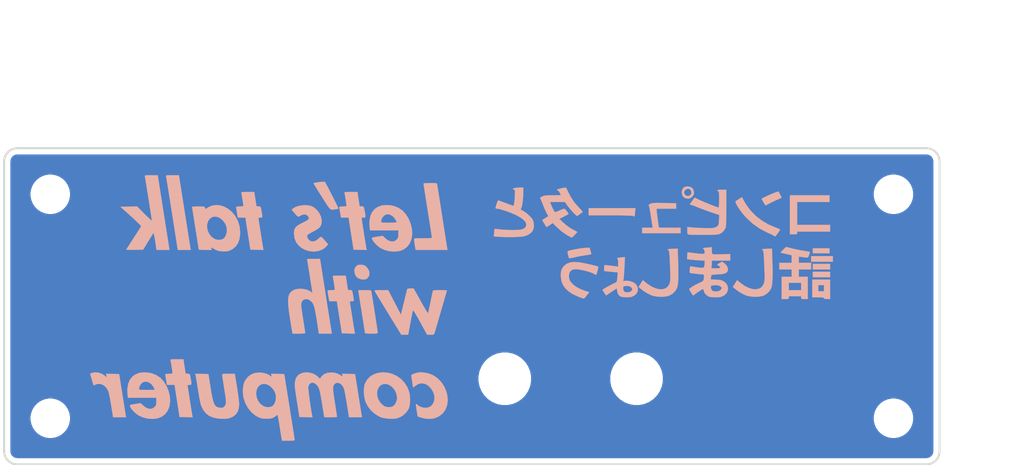
<source format=kicad_pcb>
(kicad_pcb (version 20171130) (host pcbnew "(5.1.0)-1")

  (general
    (thickness 1.6)
    (drawings 22)
    (tracks 0)
    (zones 0)
    (modules 7)
    (nets 1)
  )

  (page A4)
  (layers
    (0 F.Cu signal)
    (31 B.Cu signal)
    (32 B.Adhes user)
    (33 F.Adhes user)
    (34 B.Paste user)
    (35 F.Paste user)
    (36 B.SilkS user)
    (37 F.SilkS user)
    (38 B.Mask user)
    (39 F.Mask user)
    (40 Dwgs.User user)
    (41 Cmts.User user)
    (42 Eco1.User user)
    (43 Eco2.User user)
    (44 Edge.Cuts user)
    (45 Margin user)
    (46 B.CrtYd user)
    (47 F.CrtYd user)
    (48 B.Fab user)
    (49 F.Fab user)
  )

  (setup
    (last_trace_width 0.3)
    (user_trace_width 0.6)
    (user_trace_width 1)
    (trace_clearance 0.2)
    (zone_clearance 0.4)
    (zone_45_only no)
    (trace_min 0.2)
    (via_size 1)
    (via_drill 0.6)
    (via_min_size 0.4)
    (via_min_drill 0.3)
    (user_via 0.8 0.6)
    (user_via 1.2 0.8)
    (uvia_size 0.3)
    (uvia_drill 0.1)
    (uvias_allowed no)
    (uvia_min_size 0.2)
    (uvia_min_drill 0.1)
    (edge_width 0.15)
    (segment_width 0.2)
    (pcb_text_width 0.15)
    (pcb_text_size 1 1)
    (mod_edge_width 0.15)
    (mod_text_size 1 1)
    (mod_text_width 0.15)
    (pad_size 1.524 1.524)
    (pad_drill 0.762)
    (pad_to_mask_clearance 0.2)
    (solder_mask_min_width 0.25)
    (aux_axis_origin 33.5 38)
    (visible_elements 7FFDFFFF)
    (pcbplotparams
      (layerselection 0x01100_7ffffffe)
      (usegerberextensions false)
      (usegerberattributes false)
      (usegerberadvancedattributes false)
      (creategerberjobfile false)
      (excludeedgelayer true)
      (linewidth 0.100000)
      (plotframeref false)
      (viasonmask false)
      (mode 1)
      (useauxorigin true)
      (hpglpennumber 1)
      (hpglpenspeed 20)
      (hpglpendiameter 15.000000)
      (psnegative false)
      (psa4output false)
      (plotreference true)
      (plotvalue true)
      (plotinvisibletext false)
      (padsonsilk false)
      (subtractmaskfromsilk false)
      (outputformat 3)
      (mirror false)
      (drillshape 0)
      (scaleselection 1)
      (outputdirectory "dxf/"))
  )

  (net 0 "")

  (net_class Default "これはデフォルトのネット クラスです。"
    (clearance 0.2)
    (trace_width 0.3)
    (via_dia 1)
    (via_drill 0.6)
    (uvia_dia 0.3)
    (uvia_drill 0.1)
  )

  (module san:botom_silk (layer B.Cu) (tedit 0) (tstamp 5D5E1D6F)
    (at 68.25 50 180)
    (fp_text reference G*** (at 0 0 180) (layer B.SilkS) hide
      (effects (font (size 1.524 1.524) (thickness 0.3)) (justify mirror))
    )
    (fp_text value LOGO (at 0.75 0 180) (layer B.SilkS) hide
      (effects (font (size 1.524 1.524) (thickness 0.3)) (justify mirror))
    )
    (fp_poly (pts (xy -16.914628 9.065583) (xy -16.779081 8.963263) (xy -16.698995 8.803608) (xy -16.680275 8.64984)
      (xy -16.713865 8.442614) (xy -16.810303 8.291494) (xy -16.966327 8.199688) (xy -17.167617 8.170334)
      (xy -17.291564 8.188531) (xy -17.402033 8.25458) (xy -17.466733 8.314267) (xy -17.564968 8.432264)
      (xy -17.606132 8.544967) (xy -17.60976 8.59916) (xy -17.418068 8.59916) (xy -17.371547 8.484051)
      (xy -17.27937 8.404215) (xy -17.160429 8.370104) (xy -17.033614 8.392169) (xy -16.92275 8.475036)
      (xy -16.856345 8.598697) (xy -16.873649 8.722264) (xy -16.952576 8.828425) (xy -17.082971 8.911856)
      (xy -17.215119 8.918476) (xy -17.329814 8.852117) (xy -17.400043 8.739092) (xy -17.418068 8.59916)
      (xy -17.60976 8.59916) (xy -17.610667 8.612703) (xy -17.578269 8.82076) (xy -17.48261 8.973053)
      (xy -17.32599 9.067389) (xy -17.110712 9.101576) (xy -17.097419 9.101667) (xy -16.914628 9.065583)) (layer B.SilkS) (width 0.01))
    (fp_poly (pts (xy -23.978761 8.707088) (xy -23.874735 8.67471) (xy -23.727969 8.620955) (xy -23.555643 8.552628)
      (xy -23.374937 8.476531) (xy -23.203032 8.39947) (xy -23.061824 8.330689) (xy -22.734481 8.161669)
      (xy -22.871324 7.912504) (xy -22.94635 7.786572) (xy -23.010874 7.697058) (xy -23.0505 7.663558)
      (xy -23.107647 7.683811) (xy -23.21129 7.735919) (xy -23.3045 7.78854) (xy -23.443238 7.863259)
      (xy -23.627613 7.953149) (xy -23.824519 8.04227) (xy -23.886583 8.068786) (xy -24.046318 8.138904)
      (xy -24.171457 8.199677) (xy -24.244868 8.242469) (xy -24.257 8.25547) (xy -24.238876 8.30176)
      (xy -24.193559 8.395801) (xy -24.134635 8.511144) (xy -24.07569 8.621342) (xy -24.030309 8.699946)
      (xy -24.022866 8.711285) (xy -23.978761 8.707088)) (layer B.SilkS) (width 0.01))
    (fp_poly (pts (xy 10.570721 9.452856) (xy 10.719175 9.440385) (xy 10.883389 9.42144) (xy 11.041548 9.398716)
      (xy 11.171834 9.374909) (xy 11.252433 9.352715) (xy 11.267855 9.3414) (xy 11.247145 9.297773)
      (xy 11.186484 9.192369) (xy 11.09165 9.034669) (xy 10.968421 8.83415) (xy 10.822572 8.600294)
      (xy 10.65988 8.34258) (xy 10.642243 8.314816) (xy 10.455934 8.020873) (xy 10.30873 7.79022)
      (xy 10.19279 7.615689) (xy 10.100273 7.490111) (xy 10.023337 7.406317) (xy 9.954141 7.357141)
      (xy 9.884844 7.335412) (xy 9.807603 7.333963) (xy 9.714577 7.345626) (xy 9.600862 7.362822)
      (xy 9.478099 7.384251) (xy 9.393951 7.406859) (xy 9.375998 7.416225) (xy 9.389317 7.457072)
      (xy 9.435961 7.560915) (xy 9.509857 7.715809) (xy 9.604935 7.909806) (xy 9.715124 8.130961)
      (xy 9.834352 8.367326) (xy 9.956548 8.606956) (xy 10.075641 8.837904) (xy 10.185559 9.048224)
      (xy 10.280231 9.225969) (xy 10.353586 9.359193) (xy 10.399553 9.435949) (xy 10.408356 9.447595)
      (xy 10.459842 9.456158) (xy 10.570721 9.452856)) (layer B.SilkS) (width 0.01))
    (fp_poly (pts (xy -9.609667 6.900334) (xy -11.279335 6.900334) (xy -11.739544 6.89926) (xy -12.131851 6.89609)
      (xy -12.453208 6.8909) (xy -12.700567 6.883765) (xy -12.870879 6.874763) (xy -12.961094 6.863968)
      (xy -12.975167 6.858) (xy -13.034385 6.811943) (xy -13.091308 6.835268) (xy -13.122319 6.915422)
      (xy -13.123333 6.936759) (xy -13.129238 7.055294) (xy -13.144008 7.205374) (xy -13.150254 7.254259)
      (xy -13.177175 7.450667) (xy -9.609667 7.450667) (xy -9.609667 6.900334)) (layer B.SilkS) (width 0.01))
    (fp_poly (pts (xy -14.645745 7.841907) (xy -14.519124 7.834293) (xy -14.426568 7.821267) (xy -14.355435 7.802082)
      (xy -14.294944 7.776875) (xy -14.195322 7.72164) (xy -14.164403 7.677971) (xy -14.180881 7.642114)
      (xy -14.202901 7.582378) (xy -14.233126 7.454148) (xy -14.268474 7.272843) (xy -14.305864 7.053879)
      (xy -14.330614 6.893159) (xy -14.366426 6.652031) (xy -14.399504 6.432667) (xy -14.427234 6.252148)
      (xy -14.447003 6.127551) (xy -14.454201 6.085417) (xy -14.475883 5.969) (xy -13.673667 5.969)
      (xy -13.673667 5.545667) (xy -16.594667 5.545667) (xy -16.594667 5.969) (xy -15.769167 5.969)
      (xy -15.515243 5.969575) (xy -15.292969 5.971177) (xy -15.115178 5.973622) (xy -14.994706 5.976728)
      (xy -14.944386 5.98031) (xy -14.943667 5.980804) (xy -14.938044 6.024629) (xy -14.922598 6.136936)
      (xy -14.899466 6.30239) (xy -14.870783 6.505656) (xy -14.859662 6.584054) (xy -14.828916 6.808303)
      (xy -14.803119 7.011235) (xy -14.784556 7.173758) (xy -14.77551 7.276778) (xy -14.774996 7.291917)
      (xy -14.774333 7.408334) (xy -16.256 7.408334) (xy -16.256 7.825537) (xy -15.356417 7.839772)
      (xy -15.05175 7.843898) (xy -14.819073 7.844859) (xy -14.645745 7.841907)) (layer B.SilkS) (width 0.01))
    (fp_poly (pts (xy -24.892 5.461) (xy -25.167167 5.461) (xy -25.315085 5.462856) (xy -25.397473 5.473328)
      (xy -25.43346 5.499773) (xy -25.442175 5.549549) (xy -25.442333 5.566834) (xy -25.442333 5.672667)
      (xy -27.94 5.672667) (xy -27.94 6.180667) (xy -25.442333 6.180667) (xy -25.442333 7.916334)
      (xy -27.897667 7.916334) (xy -27.897667 8.424334) (xy -24.892 8.424334) (xy -24.892 5.461)) (layer B.SilkS) (width 0.01))
    (fp_poly (pts (xy -19.553567 8.844676) (xy -19.449283 8.833824) (xy -19.399448 8.812293) (xy -19.388667 8.784167)
      (xy -19.422553 8.728043) (xy -19.452167 8.720667) (xy -19.477389 8.708983) (xy -19.495091 8.665965)
      (xy -19.506508 8.579669) (xy -19.512877 8.438149) (xy -19.515432 8.229459) (xy -19.515667 8.106834)
      (xy -19.51349 7.889809) (xy -19.507503 7.706481) (xy -19.498517 7.57173) (xy -19.487345 7.50044)
      (xy -19.482141 7.493) (xy -19.419657 7.508657) (xy -19.294856 7.551527) (xy -19.123233 7.615461)
      (xy -18.920286 7.694308) (xy -18.701512 7.781919) (xy -18.48241 7.872143) (xy -18.278476 7.958831)
      (xy -18.105207 8.035832) (xy -18.053077 8.060112) (xy -17.653838 8.249233) (xy -17.465757 7.987534)
      (xy -17.277675 7.725834) (xy -17.391254 7.69971) (xy -17.47484 7.673479) (xy -17.615986 7.621988)
      (xy -17.794261 7.552926) (xy -17.9705 7.481718) (xy -18.204823 7.388947) (xy -18.482467 7.284786)
      (xy -18.765926 7.183047) (xy -18.98078 7.109664) (xy -19.525393 6.929478) (xy -19.507204 6.549049)
      (xy -19.496334 6.364276) (xy -19.481265 6.243182) (xy -19.456243 6.164793) (xy -19.415508 6.108136)
      (xy -19.376134 6.071522) (xy -19.259643 6.003085) (xy -19.107893 5.952886) (xy -19.062676 5.944348)
      (xy -18.945617 5.935623) (xy -18.762659 5.932452) (xy -18.532349 5.934276) (xy -18.273233 5.940542)
      (xy -18.003858 5.950692) (xy -17.742771 5.96417) (xy -17.508519 5.980421) (xy -17.346083 5.995805)
      (xy -17.102667 6.023179) (xy -17.102667 5.747381) (xy -17.104256 5.599036) (xy -17.115148 5.514361)
      (xy -17.144535 5.472359) (xy -17.201606 5.452033) (xy -17.234958 5.445125) (xy -17.314221 5.437667)
      (xy -17.464341 5.431183) (xy -17.671512 5.425973) (xy -17.921928 5.422338) (xy -18.201781 5.420578)
      (xy -18.367375 5.420525) (xy -18.721651 5.42264) (xy -19.000789 5.427852) (xy -19.214278 5.43666)
      (xy -19.371607 5.449567) (xy -19.482267 5.467073) (xy -19.536833 5.482258) (xy -19.72494 5.58726)
      (xy -19.887974 5.748184) (xy -20.000202 5.93765) (xy -20.020337 5.996753) (xy -20.033562 6.088744)
      (xy -20.044821 6.257994) (xy -20.053892 6.497112) (xy -20.060552 6.79871) (xy -20.064578 7.155397)
      (xy -20.065764 7.503584) (xy -20.066 8.847667) (xy -19.727333 8.847667) (xy -19.553567 8.844676)) (layer B.SilkS) (width 0.01))
    (fp_poly (pts (xy -21.04006 8.149432) (xy -20.918387 8.070513) (xy -20.819986 8.011949) (xy -20.777042 7.990847)
      (xy -20.755071 7.944255) (xy -20.781535 7.844412) (xy -20.849514 7.702133) (xy -20.952089 7.528231)
      (xy -21.082341 7.333522) (xy -21.233349 7.128819) (xy -21.398196 6.924938) (xy -21.569961 6.732693)
      (xy -21.606277 6.694797) (xy -22.086361 6.256403) (xy -22.606329 5.89078) (xy -23.175089 5.591904)
      (xy -23.344074 5.519452) (xy -23.499197 5.451811) (xy -23.620956 5.390912) (xy -23.690259 5.346629)
      (xy -23.698963 5.335945) (xy -23.7283 5.296581) (xy -23.777741 5.312605) (xy -23.854609 5.389673)
      (xy -23.966223 5.533442) (xy -23.981346 5.554135) (xy -24.068007 5.681718) (xy -24.125215 5.782818)
      (xy -24.142904 5.839132) (xy -24.140582 5.843619) (xy -24.08702 5.870457) (xy -23.977038 5.914905)
      (xy -23.834394 5.967363) (xy -23.833667 5.967619) (xy -23.266321 6.208751) (xy -22.748079 6.513235)
      (xy -22.284182 6.876719) (xy -21.879873 7.294849) (xy -21.540393 7.763272) (xy -21.419039 7.972785)
      (xy -21.248203 8.289502) (xy -21.04006 8.149432)) (layer B.SilkS) (width 0.01))
    (fp_poly (pts (xy -4.47675 9.016633) (xy -4.266574 9.00974) (xy -4.089934 8.991879) (xy -3.956454 8.965906)
      (xy -3.875757 8.934674) (xy -3.857468 8.901038) (xy -3.91121 8.867853) (xy -3.943079 8.858344)
      (xy -3.982205 8.844297) (xy -4.006941 8.816522) (xy -4.019243 8.759714) (xy -4.021068 8.658569)
      (xy -4.014372 8.497782) (xy -4.006741 8.360408) (xy -3.989077 8.084823) (xy -3.970873 7.88413)
      (xy -3.950117 7.748567) (xy -3.924796 7.66837) (xy -3.8929 7.633779) (xy -3.85695 7.633557)
      (xy -3.79297 7.655932) (xy -3.667563 7.702326) (xy -3.498254 7.766179) (xy -3.302567 7.840928)
      (xy -3.28261 7.848601) (xy -3.089579 7.921949) (xy -2.925295 7.982668) (xy -2.805754 8.024969)
      (xy -2.746955 8.043062) (xy -2.744561 8.043334) (xy -2.719978 8.006673) (xy -2.680507 7.912894)
      (xy -2.634475 7.786298) (xy -2.590206 7.65119) (xy -2.556027 7.531873) (xy -2.540264 7.452649)
      (xy -2.54 7.446208) (xy -2.577039 7.420254) (xy -2.667245 7.407864) (xy -2.677583 7.40771)
      (xy -2.793129 7.391291) (xy -2.968139 7.346887) (xy -3.184617 7.280688) (xy -3.424567 7.19889)
      (xy -3.669992 7.107684) (xy -3.902895 7.013263) (xy -4.105281 6.92182) (xy -4.14136 6.904008)
      (xy -4.445222 6.732385) (xy -4.670611 6.563157) (xy -4.816169 6.397946) (xy -4.880536 6.238375)
      (xy -4.862351 6.086069) (xy -4.849593 6.058359) (xy -4.780285 5.9608) (xy -4.679815 5.888099)
      (xy -4.537276 5.837434) (xy -4.341758 5.805979) (xy -4.082351 5.790913) (xy -3.808359 5.788847)
      (xy -3.550833 5.794038) (xy -3.288032 5.805117) (xy -3.048606 5.820528) (xy -2.861201 5.838717)
      (xy -2.840845 5.841383) (xy -2.67922 5.861886) (xy -2.553871 5.874715) (xy -2.484955 5.877927)
      (xy -2.477858 5.876375) (xy -2.468477 5.830778) (xy -2.45452 5.724188) (xy -2.439423 5.583733)
      (xy -2.411936 5.304298) (xy -2.761718 5.27707) (xy -3.025988 5.261582) (xy -3.320119 5.252835)
      (xy -3.627166 5.25049) (xy -3.93018 5.254211) (xy -4.212212 5.263661) (xy -4.456316 5.278501)
      (xy -4.645543 5.298396) (xy -4.741333 5.316452) (xy -4.995132 5.412306) (xy -5.206788 5.549319)
      (xy -5.357715 5.714729) (xy -5.382537 5.756673) (xy -5.443342 5.941843) (xy -5.461288 6.163882)
      (xy -5.436583 6.386762) (xy -5.377924 6.55855) (xy -5.284723 6.69412) (xy -5.139948 6.851655)
      (xy -4.965458 7.010976) (xy -4.783111 7.151904) (xy -4.636292 7.243208) (xy -4.455726 7.338998)
      (xy -4.513025 7.476135) (xy -4.551043 7.606802) (xy -4.586661 7.80095) (xy -4.617375 8.037392)
      (xy -4.640682 8.294942) (xy -4.654079 8.552413) (xy -4.656319 8.688917) (xy -4.656667 9.017)
      (xy -4.47675 9.016633)) (layer B.SilkS) (width 0.01))
    (fp_poly (pts (xy -7.697424 8.990973) (xy -7.555971 8.961302) (xy -7.412083 8.925366) (xy -7.289465 8.888908)
      (xy -7.211822 8.85767) (xy -7.196667 8.843418) (xy -7.230958 8.809483) (xy -7.259306 8.805334)
      (xy -7.307345 8.771678) (xy -7.372841 8.689497) (xy -7.437405 8.586972) (xy -7.48265 8.492282)
      (xy -7.493 8.447187) (xy -7.453145 8.439117) (xy -7.34349 8.432298) (xy -7.178896 8.427281)
      (xy -6.974226 8.424618) (xy -6.87748 8.424334) (xy -6.626942 8.422915) (xy -6.444231 8.417433)
      (xy -6.312535 8.406053) (xy -6.215045 8.386939) (xy -6.134948 8.358256) (xy -6.094314 8.338807)
      (xy -5.984969 8.280447) (xy -5.937732 8.239042) (xy -5.939146 8.193357) (xy -5.96706 8.138009)
      (xy -5.998476 8.069783) (xy -6.052142 7.942205) (xy -6.11992 7.77495) (xy -6.178186 7.627466)
      (xy -6.259331 7.428226) (xy -6.34201 7.239432) (xy -6.414675 7.086798) (xy -6.452525 7.016693)
      (xy -6.55613 6.842954) (xy -6.326065 6.699048) (xy -6.207829 6.622962) (xy -6.124808 6.565474)
      (xy -6.096 6.540272) (xy -6.116131 6.496335) (xy -6.167454 6.405398) (xy -6.236367 6.289731)
      (xy -6.309264 6.171605) (xy -6.372543 6.07329) (xy -6.412599 6.017056) (xy -6.419099 6.011334)
      (xy -6.460284 6.032928) (xy -6.551338 6.089343) (xy -6.663672 6.16252) (xy -6.891375 6.313706)
      (xy -7.182723 6.022358) (xy -7.527027 5.713669) (xy -7.892708 5.450127) (xy -8.158064 5.297626)
      (xy -8.265 5.245732) (xy -8.335086 5.216395) (xy -8.348564 5.213709) (xy -8.382135 5.244915)
      (xy -8.458647 5.320501) (xy -8.561802 5.42436) (xy -8.565865 5.428483) (xy -8.665563 5.533009)
      (xy -8.733852 5.611126) (xy -8.756708 5.646736) (xy -8.756365 5.647143) (xy -8.71393 5.670481)
      (xy -8.618075 5.720587) (xy -8.509 5.776656) (xy -8.213418 5.943803) (xy -7.945444 6.133824)
      (xy -7.671243 6.370918) (xy -7.64895 6.391774) (xy -7.389305 6.635822) (xy -7.737486 6.810884)
      (xy -7.889677 6.889798) (xy -8.008118 6.955767) (xy -8.075968 6.999182) (xy -8.085667 7.009596)
      (xy -8.060133 7.072565) (xy -7.996586 7.167886) (xy -7.914609 7.271331) (xy -7.833784 7.358676)
      (xy -7.773694 7.405694) (xy -7.763359 7.408334) (xy -7.696492 7.391358) (xy -7.576447 7.346314)
      (xy -7.426252 7.282028) (xy -7.386487 7.263889) (xy -7.215259 7.189941) (xy -7.105445 7.156147)
      (xy -7.045662 7.159428) (xy -7.034551 7.168639) (xy -6.979254 7.256108) (xy -6.907093 7.393719)
      (xy -6.832042 7.552766) (xy -6.768075 7.704538) (xy -6.749885 7.753467) (xy -6.692423 7.916334)
      (xy -7.251461 7.915832) (xy -7.8105 7.915331) (xy -7.976906 7.675677) (xy -8.074783 7.544725)
      (xy -8.197374 7.395143) (xy -8.331775 7.240938) (xy -8.465079 7.096118) (xy -8.584379 6.97469)
      (xy -8.67677 6.890661) (xy -8.729345 6.858039) (xy -8.730286 6.858) (xy -8.784095 6.882581)
      (xy -8.883335 6.947052) (xy -9.008052 7.037513) (xy -9.138297 7.14006) (xy -9.155457 7.154273)
      (xy -9.140467 7.193067) (xy -9.075524 7.278559) (xy -8.971067 7.398109) (xy -8.837957 7.538653)
      (xy -8.536947 7.881259) (xy -8.285568 8.250024) (xy -8.06579 8.67191) (xy -8.035804 8.738354)
      (xy -7.971557 8.871093) (xy -7.914309 8.968642) (xy -7.878206 9.008543) (xy -7.812737 9.008634)
      (xy -7.697424 8.990973)) (layer B.SilkS) (width 0.01))
    (fp_poly (pts (xy 23.801935 9.94783) (xy 23.942502 9.944506) (xy 24.025594 9.935645) (xy 24.064808 9.918532)
      (xy 24.073739 9.89045) (xy 24.067013 9.853084) (xy 24.055788 9.791817) (xy 24.033587 9.6595)
      (xy 24.002149 9.467165) (xy 23.963214 9.225842) (xy 23.918519 8.946562) (xy 23.869803 8.640356)
      (xy 23.818806 8.318255) (xy 23.767266 7.99129) (xy 23.716922 7.670491) (xy 23.669512 7.36689)
      (xy 23.626775 7.091518) (xy 23.59045 6.855405) (xy 23.562276 6.669582) (xy 23.543992 6.545081)
      (xy 23.537336 6.492931) (xy 23.537333 6.492706) (xy 23.565561 6.509735) (xy 23.644137 6.578429)
      (xy 23.763901 6.690228) (xy 23.915693 6.83657) (xy 24.090352 7.008895) (xy 24.100002 7.018521)
      (xy 24.662671 7.580032) (xy 25.929167 7.5565) (xy 25.133468 6.840691) (xy 24.917456 6.643791)
      (xy 24.725249 6.463635) (xy 24.565073 6.308341) (xy 24.445153 6.186027) (xy 24.373713 6.104813)
      (xy 24.357133 6.074424) (xy 24.384807 6.026016) (xy 24.452131 5.917156) (xy 24.552474 5.758296)
      (xy 24.679208 5.559884) (xy 24.825705 5.33237) (xy 24.930581 5.170447) (xy 25.085192 4.931416)
      (xy 25.223186 4.716415) (xy 25.33823 4.535448) (xy 25.423992 4.398518) (xy 25.47414 4.315625)
      (xy 25.484667 4.295195) (xy 25.44477 4.288401) (xy 25.334775 4.284009) (xy 25.169219 4.282246)
      (xy 24.962643 4.283341) (xy 24.842031 4.285148) (xy 24.199395 4.296834) (xy 23.826453 4.908128)
      (xy 23.700955 5.112579) (xy 23.589272 5.292169) (xy 23.499422 5.434189) (xy 23.439425 5.525928)
      (xy 23.418922 5.554011) (xy 23.401252 5.526622) (xy 23.374824 5.428573) (xy 23.342491 5.273076)
      (xy 23.307102 5.073337) (xy 23.284733 4.932134) (xy 23.185133 4.275667) (xy 22.197117 4.275667)
      (xy 22.336129 5.154084) (xy 22.372747 5.38573) (xy 22.420331 5.687138) (xy 22.476692 6.044433)
      (xy 22.539645 6.443738) (xy 22.607 6.871177) (xy 22.676571 7.312874) (xy 22.746171 7.754953)
      (xy 22.783228 7.990417) (xy 23.091316 9.948334) (xy 23.590298 9.948334) (xy 23.801935 9.94783)) (layer B.SilkS) (width 0.01))
    (fp_poly (pts (xy 22.196395 9.94733) (xy 22.337747 9.942949) (xy 22.421023 9.933139) (xy 22.459515 9.915845)
      (xy 22.466511 9.889014) (xy 22.463209 9.87425) (xy 22.453093 9.820631) (xy 22.431044 9.6905)
      (xy 22.398209 9.490996) (xy 22.355735 9.229259) (xy 22.304768 8.912427) (xy 22.246455 8.547639)
      (xy 22.181943 8.142035) (xy 22.112379 7.702753) (xy 22.038909 7.236931) (xy 22.007607 7.037917)
      (xy 21.573502 4.275667) (xy 20.588451 4.275667) (xy 20.727462 5.154084) (xy 20.764081 5.38573)
      (xy 20.811664 5.687138) (xy 20.868026 6.044433) (xy 20.930978 6.443738) (xy 20.998333 6.871177)
      (xy 21.067905 7.312874) (xy 21.137505 7.754953) (xy 21.174562 7.990417) (xy 21.482649 9.948334)
      (xy 21.983677 9.948334) (xy 22.196395 9.94733)) (layer B.SilkS) (width 0.01))
    (fp_poly (pts (xy 16.476821 8.677832) (xy 16.617858 8.674527) (xy 16.70139 8.665717) (xy 16.740998 8.648701)
      (xy 16.750264 8.620779) (xy 16.743652 8.583084) (xy 16.725934 8.492738) (xy 16.701173 8.34969)
      (xy 16.672888 8.176456) (xy 16.644596 7.995553) (xy 16.619815 7.829495) (xy 16.602063 7.700799)
      (xy 16.594857 7.63198) (xy 16.594837 7.630584) (xy 16.627902 7.598744) (xy 16.732066 7.581646)
      (xy 16.869833 7.577667) (xy 17.035453 7.571277) (xy 17.124343 7.551204) (xy 17.144942 7.52475)
      (xy 17.137917 7.46092) (xy 17.119242 7.336663) (xy 17.092432 7.174853) (xy 17.0815 7.112)
      (xy 17.052963 6.94889) (xy 17.031079 6.821705) (xy 17.01923 6.750192) (xy 17.018058 6.741584)
      (xy 16.979317 6.7363) (xy 16.877648 6.732507) (xy 16.734785 6.731002) (xy 16.730036 6.731)
      (xy 16.442072 6.731) (xy 16.061682 4.296834) (xy 15.562509 4.284875) (xy 15.063335 4.272917)
      (xy 15.087462 4.390709) (xy 15.099919 4.460883) (xy 15.122604 4.597654) (xy 15.153424 4.787706)
      (xy 15.190282 5.017728) (xy 15.231085 5.274405) (xy 15.273735 5.544424) (xy 15.31614 5.814471)
      (xy 15.356203 6.071233) (xy 15.39183 6.301396) (xy 15.420926 6.491648) (xy 15.441396 6.628673)
      (xy 15.451144 6.69916) (xy 15.451667 6.705173) (xy 15.414408 6.722253) (xy 15.322808 6.730781)
      (xy 15.3035 6.731) (xy 15.223943 6.734896) (xy 15.176788 6.756834) (xy 15.158058 6.812196)
      (xy 15.163778 6.916362) (xy 15.18997 7.08471) (xy 15.198792 7.135976) (xy 15.232779 7.330215)
      (xy 15.259493 7.456485) (xy 15.287164 7.53005) (xy 15.324022 7.566176) (xy 15.378298 7.580129)
      (xy 15.441251 7.585705) (xy 15.599833 7.598834) (xy 15.763785 8.678334) (xy 16.264699 8.678334)
      (xy 16.476821 8.677832)) (layer B.SilkS) (width 0.01))
    (fp_poly (pts (xy 8.645155 8.677832) (xy 8.786191 8.674527) (xy 8.869723 8.665717) (xy 8.909331 8.648701)
      (xy 8.918597 8.620779) (xy 8.911986 8.583084) (xy 8.894267 8.492738) (xy 8.869507 8.34969)
      (xy 8.841222 8.176456) (xy 8.81293 7.995553) (xy 8.788148 7.829495) (xy 8.770396 7.700799)
      (xy 8.76319 7.63198) (xy 8.76317 7.630584) (xy 8.796236 7.598744) (xy 8.900399 7.581646)
      (xy 9.038167 7.577667) (xy 9.203786 7.571277) (xy 9.292677 7.551204) (xy 9.313275 7.52475)
      (xy 9.30625 7.46092) (xy 9.287575 7.336663) (xy 9.260766 7.174853) (xy 9.249833 7.112)
      (xy 9.221296 6.94889) (xy 9.199412 6.821705) (xy 9.187563 6.750192) (xy 9.186391 6.741584)
      (xy 9.14765 6.7363) (xy 9.045981 6.732507) (xy 8.903119 6.731002) (xy 8.898369 6.731)
      (xy 8.610405 6.731) (xy 8.230015 4.296834) (xy 7.730842 4.284875) (xy 7.231669 4.272917)
      (xy 7.255795 4.390709) (xy 7.268252 4.460883) (xy 7.290938 4.597654) (xy 7.321757 4.787706)
      (xy 7.358616 5.017728) (xy 7.399418 5.274405) (xy 7.442069 5.544424) (xy 7.484473 5.814471)
      (xy 7.524537 6.071233) (xy 7.560164 6.301396) (xy 7.589259 6.491648) (xy 7.609729 6.628673)
      (xy 7.619477 6.69916) (xy 7.62 6.705173) (xy 7.582742 6.722253) (xy 7.491141 6.730781)
      (xy 7.471833 6.731) (xy 7.392276 6.734896) (xy 7.345121 6.756834) (xy 7.326392 6.812196)
      (xy 7.332111 6.916362) (xy 7.358304 7.08471) (xy 7.367126 7.135976) (xy 7.401112 7.330215)
      (xy 7.427826 7.456485) (xy 7.455497 7.53005) (xy 7.492355 7.566176) (xy 7.546631 7.580129)
      (xy 7.609584 7.585705) (xy 7.768167 7.598834) (xy 7.932119 8.678334) (xy 8.433032 8.678334)
      (xy 8.645155 8.677832)) (layer B.SilkS) (width 0.01))
    (fp_poly (pts (xy 2.642284 9.352187) (xy 2.807563 9.342195) (xy 2.901692 9.32637) (xy 2.921 9.31255)
      (xy 2.914536 9.263254) (xy 2.89601 9.138686) (xy 2.866718 8.947178) (xy 2.827958 8.697063)
      (xy 2.781028 8.396675) (xy 2.727223 8.054346) (xy 2.667841 7.678409) (xy 2.60418 7.277199)
      (xy 2.6035 7.272919) (xy 2.539758 6.870958) (xy 2.480289 6.49374) (xy 2.426393 6.149668)
      (xy 2.37937 5.847144) (xy 2.340519 5.594573) (xy 2.31114 5.400355) (xy 2.292534 5.272894)
      (xy 2.286 5.220593) (xy 2.286 5.220536) (xy 2.30345 5.198758) (xy 2.36255 5.183124)
      (xy 2.473421 5.172802) (xy 2.646186 5.166954) (xy 2.890967 5.164748) (xy 2.963333 5.164667)
      (xy 3.217694 5.163946) (xy 3.399406 5.160907) (xy 3.520478 5.154235) (xy 3.592924 5.142616)
      (xy 3.628753 5.124735) (xy 3.639977 5.099279) (xy 3.640347 5.090584) (xy 3.63346 5.008247)
      (xy 3.615984 4.870788) (xy 3.592107 4.706449) (xy 3.566016 4.543476) (xy 3.5419 4.410112)
      (xy 3.533638 4.370917) (xy 3.512053 4.275667) (xy 1.093939 4.275667) (xy 1.117155 4.392084)
      (xy 1.127871 4.454866) (xy 1.150289 4.593301) (xy 1.183146 4.799371) (xy 1.22518 5.065062)
      (xy 1.275127 5.382357) (xy 1.331724 5.743239) (xy 1.393709 6.139694) (xy 1.459819 6.563705)
      (xy 1.502312 6.836834) (xy 1.570242 7.273096) (xy 1.63477 7.686126) (xy 1.694645 8.068002)
      (xy 1.748614 8.4108) (xy 1.795424 8.706598) (xy 1.833824 8.947474) (xy 1.86256 9.125505)
      (xy 1.880381 9.232769) (xy 1.885434 9.260417) (xy 1.898127 9.300618) (xy 1.924799 9.32755)
      (xy 1.980168 9.343868) (xy 2.078951 9.352223) (xy 2.235869 9.355269) (xy 2.413806 9.355667)
      (xy 2.642284 9.352187)) (layer B.SilkS) (width 0.01))
    (fp_poly (pts (xy 18.968203 7.643242) (xy 19.242841 7.525176) (xy 19.330525 7.466899) (xy 19.43511 7.403539)
      (xy 19.493692 7.406288) (xy 19.515077 7.476723) (xy 19.515667 7.500056) (xy 19.522567 7.533509)
      (xy 19.552722 7.555727) (xy 19.620309 7.568971) (xy 19.739508 7.5755) (xy 19.924497 7.577575)
      (xy 20.0025 7.577667) (xy 20.194169 7.575694) (xy 20.350314 7.570329) (xy 20.454222 7.562408)
      (xy 20.489333 7.553372) (xy 20.48291 7.507517) (xy 20.464606 7.387286) (xy 20.435864 7.201912)
      (xy 20.39813 6.96063) (xy 20.352848 6.672674) (xy 20.301465 6.347278) (xy 20.245424 5.993678)
      (xy 20.235333 5.930137) (xy 20.178619 5.572414) (xy 20.126313 5.241146) (xy 20.079862 4.945593)
      (xy 20.040712 4.695018) (xy 20.01031 4.498679) (xy 19.9901 4.365838) (xy 19.981529 4.305756)
      (xy 19.981333 4.303432) (xy 19.941774 4.292552) (xy 19.834182 4.283672) (xy 19.675184 4.277732)
      (xy 19.489565 4.275667) (xy 18.997796 4.275667) (xy 19.018251 4.382669) (xy 19.028429 4.454205)
      (xy 19.006538 4.464463) (xy 18.933878 4.420454) (xy 18.927936 4.416531) (xy 18.689448 4.280054)
      (xy 18.460452 4.200321) (xy 18.202211 4.164486) (xy 18.161 4.162216) (xy 17.930316 4.163176)
      (xy 17.747216 4.18774) (xy 17.69035 4.204571) (xy 17.393248 4.353245) (xy 17.160576 4.553973)
      (xy 16.991156 4.808688) (xy 16.883812 5.119322) (xy 16.837367 5.487809) (xy 16.835131 5.609167)
      (xy 16.85117 5.777363) (xy 17.84635 5.777363) (xy 17.871679 5.551384) (xy 17.940195 5.34695)
      (xy 18.047981 5.184742) (xy 18.150649 5.104092) (xy 18.325133 5.050123) (xy 18.53095 5.047051)
      (xy 18.732464 5.093969) (xy 18.792361 5.120478) (xy 19.005128 5.271732) (xy 19.1729 5.47573)
      (xy 19.289405 5.714687) (xy 19.348366 5.97082) (xy 19.343509 6.226343) (xy 19.26856 6.463474)
      (xy 19.26717 6.466214) (xy 19.134219 6.652111) (xy 18.968897 6.7669) (xy 18.781553 6.812571)
      (xy 18.582535 6.791113) (xy 18.382195 6.704516) (xy 18.190882 6.554769) (xy 18.018944 6.343862)
      (xy 17.940923 6.21124) (xy 17.868125 6.004209) (xy 17.84635 5.777363) (xy 16.85117 5.777363)
      (xy 16.876082 6.038583) (xy 16.993271 6.443602) (xy 17.182526 6.813962) (xy 17.439673 7.139399)
      (xy 17.469666 7.169777) (xy 17.749197 7.40042) (xy 18.049883 7.564855) (xy 18.360658 7.661315)
      (xy 18.670453 7.688033) (xy 18.968203 7.643242)) (layer B.SilkS) (width 0.01))
    (fp_poly (pts (xy 12.130871 7.665403) (xy 12.401552 7.616615) (xy 12.640204 7.534296) (xy 12.803865 7.436)
      (xy 12.928897 7.334831) (xy 12.755662 7.128166) (xy 12.619767 6.967931) (xy 12.523444 6.865418)
      (xy 12.452066 6.813297) (xy 12.391011 6.804243) (xy 12.325653 6.830927) (xy 12.254541 6.877085)
      (xy 12.07291 6.962307) (xy 11.901537 6.971734) (xy 11.753247 6.907519) (xy 11.642146 6.774229)
      (xy 11.616937 6.698858) (xy 11.634879 6.630242) (xy 11.704999 6.559243) (xy 11.836322 6.476719)
      (xy 12.03774 6.373595) (xy 12.298593 6.239649) (xy 12.489421 6.120735) (xy 12.620354 6.004603)
      (xy 12.701517 5.879002) (xy 12.743037 5.731682) (xy 12.755043 5.550393) (xy 12.754752 5.506253)
      (xy 12.711295 5.1697) (xy 12.592817 4.871747) (xy 12.400747 4.615061) (xy 12.177237 4.428969)
      (xy 11.88486 4.274604) (xy 11.564244 4.180585) (xy 11.237654 4.150645) (xy 10.927354 4.188518)
      (xy 10.8585 4.207884) (xy 10.612329 4.304106) (xy 10.423069 4.42438) (xy 10.291818 4.551814)
      (xy 10.157068 4.705286) (xy 10.369126 4.950068) (xy 10.507868 5.109143) (xy 10.604906 5.210696)
      (xy 10.674696 5.260564) (xy 10.731693 5.264587) (xy 10.790352 5.228603) (xy 10.865128 5.158451)
      (xy 10.87097 5.15277) (xy 11.068859 4.99691) (xy 11.257225 4.921386) (xy 11.432692 4.926924)
      (xy 11.575619 5.000893) (xy 11.689067 5.124471) (xy 11.748799 5.263012) (xy 11.746044 5.38092)
      (xy 11.697264 5.434619) (xy 11.585265 5.51197) (xy 11.424719 5.603437) (xy 11.326614 5.653563)
      (xy 11.075874 5.786704) (xy 10.895066 5.907657) (xy 10.772576 6.027023) (xy 10.696792 6.155402)
      (xy 10.665044 6.257511) (xy 10.646381 6.524607) (xy 10.701098 6.79733) (xy 10.820671 7.059862)
      (xy 10.996575 7.296384) (xy 11.220285 7.491077) (xy 11.380003 7.584204) (xy 11.594762 7.651834)
      (xy 11.853496 7.678022) (xy 12.130871 7.665403)) (layer B.SilkS) (width 0.01))
    (fp_poly (pts (xy 6.106873 7.647726) (xy 6.39869 7.540608) (xy 6.639904 7.370909) (xy 6.826094 7.141849)
      (xy 6.952835 6.856646) (xy 7.015706 6.51852) (xy 7.018703 6.475331) (xy 7.024363 6.284471)
      (xy 7.021015 6.097815) (xy 7.009399 5.954719) (xy 7.008836 5.950877) (xy 6.979812 5.757334)
      (xy 4.826 5.757334) (xy 4.826 5.485415) (xy 4.83159 5.32299) (xy 4.853982 5.213649)
      (xy 4.901604 5.126223) (xy 4.934385 5.084688) (xy 5.086852 4.961324) (xy 5.266165 4.913634)
      (xy 5.462761 4.940851) (xy 5.667077 5.042211) (xy 5.807057 5.15451) (xy 6.011974 5.346186)
      (xy 6.388553 5.292209) (xy 6.562304 5.264762) (xy 6.706142 5.237349) (xy 6.797797 5.214412)
      (xy 6.815559 5.207067) (xy 6.837144 5.149984) (xy 6.803298 5.052542) (xy 6.724434 4.927613)
      (xy 6.610963 4.788065) (xy 6.473296 4.64677) (xy 6.321846 4.516597) (xy 6.174828 4.415043)
      (xy 5.85244 4.266856) (xy 5.492469 4.177522) (xy 5.121094 4.150694) (xy 4.764493 4.190026)
      (xy 4.690669 4.207908) (xy 4.401388 4.32753) (xy 4.159401 4.514514) (xy 3.971268 4.761998)
      (xy 3.84355 5.063122) (xy 3.83154 5.106563) (xy 3.777046 5.480522) (xy 3.800438 5.87616)
      (xy 3.900508 6.284951) (xy 3.936817 6.372854) (xy 4.953 6.372854) (xy 4.992807 6.36464)
      (xy 5.102132 6.357736) (xy 5.265826 6.352726) (xy 5.468745 6.350194) (xy 5.545667 6.35)
      (xy 5.780122 6.3506) (xy 5.942935 6.353658) (xy 6.04713 6.361066) (xy 6.10573 6.374713)
      (xy 6.131758 6.39649) (xy 6.138237 6.428288) (xy 6.138333 6.436027) (xy 6.106274 6.594157)
      (xy 6.02379 6.758224) (xy 5.911427 6.887988) (xy 5.904921 6.893226) (xy 5.742225 6.972415)
      (xy 5.562789 6.978491) (xy 5.381006 6.917077) (xy 5.211267 6.793796) (xy 5.067962 6.614271)
      (xy 5.033547 6.55277) (xy 4.983401 6.449986) (xy 4.955232 6.382542) (xy 4.953 6.372854)
      (xy 3.936817 6.372854) (xy 4.049554 6.645781) (xy 4.261543 6.994378) (xy 4.519675 7.272041)
      (xy 4.824424 7.479129) (xy 5.176268 7.616005) (xy 5.389125 7.661345) (xy 5.768877 7.689045)
      (xy 6.106873 7.647726)) (layer B.SilkS) (width 0.01))
    (fp_poly (pts (xy -26.627667 4.021667) (xy -27.897667 4.021667) (xy -27.897667 4.402667) (xy -26.627667 4.402667)
      (xy -26.627667 4.021667)) (layer B.SilkS) (width 0.01))
    (fp_poly (pts (xy -9.513234 4.444751) (xy -9.363541 4.436996) (xy -9.169448 4.416131) (xy -8.948141 4.385247)
      (xy -8.716811 4.347434) (xy -8.492644 4.305783) (xy -8.292831 4.263384) (xy -8.134559 4.223327)
      (xy -8.035016 4.188703) (xy -8.013286 4.175064) (xy -8.010904 4.126099) (xy -8.025656 4.023929)
      (xy -8.051542 3.896794) (xy -8.082561 3.772933) (xy -8.112714 3.680588) (xy -8.122866 3.659345)
      (xy -8.177793 3.645179) (xy -8.30872 3.661965) (xy -8.516945 3.709874) (xy -8.530167 3.713286)
      (xy -8.752406 3.764625) (xy -9.013308 3.81555) (xy -9.26727 3.857396) (xy -9.345884 3.86827)
      (xy -9.528844 3.893857) (xy -9.678811 3.918451) (xy -9.776954 3.938748) (xy -9.804884 3.948773)
      (xy -9.807089 3.999255) (xy -9.78776 4.104886) (xy -9.760567 4.209028) (xy -9.691968 4.445)
      (xy -9.513234 4.444751)) (layer B.SilkS) (width 0.01))
    (fp_poly (pts (xy -26.500667 3.386667) (xy -28.151667 3.386667) (xy -28.151667 3.81) (xy -26.500667 3.81)
      (xy -26.500667 3.386667)) (layer B.SilkS) (width 0.01))
    (fp_poly (pts (xy -26.627667 2.794) (xy -27.94 2.794) (xy -27.94 3.217334) (xy -26.627667 3.217334)
      (xy -26.627667 2.794)) (layer B.SilkS) (width 0.01))
    (fp_poly (pts (xy -26.627667 2.201334) (xy -27.94 2.201334) (xy -27.94 2.624667) (xy -26.627667 2.624667)
      (xy -26.627667 2.201334)) (layer B.SilkS) (width 0.01))
    (fp_poly (pts (xy 7.832521 3.148266) (xy 7.924942 3.122682) (xy 8.001714 3.063757) (xy 8.046806 3.015583)
      (xy 8.129969 2.901493) (xy 8.165141 2.780993) (xy 8.170175 2.676916) (xy 8.133306 2.443413)
      (xy 8.028537 2.254961) (xy 7.864024 2.119412) (xy 7.647922 2.044614) (xy 7.500327 2.032159)
      (xy 7.354788 2.039496) (xy 7.256674 2.07039) (xy 7.169411 2.137782) (xy 7.151077 2.155744)
      (xy 7.051117 2.310583) (xy 7.019979 2.493052) (xy 7.054267 2.686582) (xy 7.15059 2.874604)
      (xy 7.305553 3.040548) (xy 7.337354 3.065275) (xy 7.457413 3.126727) (xy 7.61646 3.152071)
      (xy 7.690077 3.153834) (xy 7.832521 3.148266)) (layer B.SilkS) (width 0.01))
    (fp_poly (pts (xy -16.008318 4.366556) (xy -15.840926 4.357625) (xy -15.708411 4.346616) (xy -15.631541 4.335415)
      (xy -15.621067 4.331345) (xy -15.632731 4.294332) (xy -15.671384 4.258857) (xy -15.693986 4.232925)
      (xy -15.712633 4.185051) (xy -15.72833 4.105457) (xy -15.742086 3.984365) (xy -15.754908 3.811999)
      (xy -15.767804 3.578579) (xy -15.78178 3.27433) (xy -15.788078 3.126332) (xy -15.802622 2.760937)
      (xy -15.811791 2.469047) (xy -15.814918 2.239629) (xy -15.811336 2.061655) (xy -15.800379 1.924091)
      (xy -15.78138 1.815908) (xy -15.753673 1.726073) (xy -15.716589 1.643556) (xy -15.696109 1.604854)
      (xy -15.560453 1.436725) (xy -15.377675 1.3319) (xy -15.155948 1.289569) (xy -14.903447 1.308921)
      (xy -14.628343 1.389144) (xy -14.338811 1.529428) (xy -14.043024 1.72896) (xy -13.985388 1.774643)
      (xy -13.725608 1.985737) (xy -13.565437 1.726238) (xy -13.405265 1.46674) (xy -13.550049 1.342366)
      (xy -13.808827 1.144277) (xy -14.087398 0.972361) (xy -14.356957 0.843509) (xy -14.468823 0.803709)
      (xy -14.723247 0.747705) (xy -15.008456 0.72136) (xy -15.295444 0.724647) (xy -15.555211 0.757538)
      (xy -15.723395 0.804935) (xy -15.981527 0.950034) (xy -16.191013 1.161171) (xy -16.308123 1.352833)
      (xy -16.352765 1.482064) (xy -16.38666 1.666995) (xy -16.410023 1.912461) (xy -16.423067 2.223297)
      (xy -16.42601 2.604337) (xy -16.419065 3.060416) (xy -16.404923 3.528307) (xy -16.374469 4.3815)
      (xy -16.008318 4.366556)) (layer B.SilkS) (width 0.01))
    (fp_poly (pts (xy -23.162651 4.366556) (xy -22.995259 4.357625) (xy -22.862745 4.346616) (xy -22.785874 4.335415)
      (xy -22.7754 4.331345) (xy -22.787064 4.294332) (xy -22.825717 4.258857) (xy -22.84832 4.232925)
      (xy -22.866966 4.185051) (xy -22.882664 4.105457) (xy -22.89642 3.984365) (xy -22.909242 3.811999)
      (xy -22.922137 3.578579) (xy -22.936113 3.27433) (xy -22.942412 3.126332) (xy -22.956955 2.760937)
      (xy -22.966124 2.469047) (xy -22.969251 2.239629) (xy -22.96567 2.061655) (xy -22.954713 1.924091)
      (xy -22.935714 1.815908) (xy -22.908006 1.726073) (xy -22.870922 1.643556) (xy -22.850442 1.604854)
      (xy -22.714786 1.436725) (xy -22.532008 1.3319) (xy -22.310281 1.289569) (xy -22.05778 1.308921)
      (xy -21.782676 1.389144) (xy -21.493144 1.529428) (xy -21.197357 1.72896) (xy -21.139721 1.774643)
      (xy -20.879942 1.985737) (xy -20.71977 1.726238) (xy -20.559598 1.46674) (xy -20.704383 1.342366)
      (xy -20.96316 1.144277) (xy -21.241732 0.972361) (xy -21.51129 0.843509) (xy -21.623156 0.803709)
      (xy -21.877581 0.747705) (xy -22.162789 0.72136) (xy -22.449778 0.724647) (xy -22.709544 0.757538)
      (xy -22.877729 0.804935) (xy -23.13586 0.950034) (xy -23.345346 1.161171) (xy -23.462456 1.352833)
      (xy -23.507099 1.482064) (xy -23.540994 1.666995) (xy -23.564356 1.912461) (xy -23.577401 2.223297)
      (xy -23.580343 2.604337) (xy -23.573398 3.060416) (xy -23.559256 3.528307) (xy -23.528802 4.3815)
      (xy -23.162651 4.366556)) (layer B.SilkS) (width 0.01))
    (fp_poly (pts (xy -12.085591 3.711828) (xy -11.902488 3.689244) (xy -11.79334 3.663251) (xy -11.761883 3.635181)
      (xy -11.800417 3.610177) (xy -11.833659 3.554333) (xy -11.85077 3.416034) (xy -11.853333 3.301134)
      (xy -11.853333 3.01099) (xy -11.71575 3.028454) (xy -11.610222 3.041935) (xy -11.450089 3.062492)
      (xy -11.264716 3.086351) (xy -11.205401 3.093999) (xy -11.038315 3.113766) (xy -10.906719 3.125966)
      (xy -10.830349 3.128925) (xy -10.819256 3.12679) (xy -10.800505 3.069098) (xy -10.788659 2.96579)
      (xy -10.784351 2.846107) (xy -10.788213 2.739294) (xy -10.800878 2.674593) (xy -10.809317 2.667)
      (xy -10.867013 2.662933) (xy -10.990223 2.651888) (xy -11.160241 2.635603) (xy -11.337994 2.617886)
      (xy -11.822448 2.568771) (xy -11.794594 2.205136) (xy -11.774342 2.015057) (xy -11.748307 1.884632)
      (xy -11.718947 1.82574) (xy -11.71575 1.824183) (xy -11.631129 1.787985) (xy -11.495124 1.721996)
      (xy -11.32836 1.637082) (xy -11.151462 1.544113) (xy -10.985058 1.453955) (xy -10.849773 1.377477)
      (xy -10.766232 1.325547) (xy -10.758442 1.319771) (xy -10.658384 1.241216) (xy -10.797828 1.030487)
      (xy -10.937273 0.819757) (xy -11.342387 1.090711) (xy -11.7475 1.361665) (xy -11.774805 1.17421)
      (xy -11.823519 0.975321) (xy -11.908954 0.838297) (xy -12.04327 0.74398) (xy -12.049839 0.740821)
      (xy -12.174602 0.706103) (xy -12.351887 0.686137) (xy -12.550715 0.681684) (xy -12.740106 0.693505)
      (xy -12.882669 0.720381) (xy -13.092236 0.818903) (xy -13.243292 0.962121) (xy -13.33205 1.135431)
      (xy -13.353697 1.315683) (xy -12.923828 1.315683) (xy -12.916132 1.23746) (xy -12.907968 1.220755)
      (xy -12.817392 1.131468) (xy -12.67846 1.076182) (xy -12.522296 1.059717) (xy -12.380022 1.086894)
      (xy -12.31175 1.128395) (xy -12.250487 1.235326) (xy -12.234333 1.355689) (xy -12.241299 1.460586)
      (xy -12.278708 1.510545) (xy -12.371327 1.535107) (xy -12.386925 1.537685) (xy -12.606726 1.544649)
      (xy -12.778434 1.488285) (xy -12.869695 1.408093) (xy -12.923828 1.315683) (xy -13.353697 1.315683)
      (xy -13.354723 1.324226) (xy -13.307525 1.513903) (xy -13.186668 1.689855) (xy -13.144463 1.730021)
      (xy -12.989467 1.826086) (xy -12.786727 1.89854) (xy -12.572001 1.93776) (xy -12.384163 1.934638)
      (xy -12.251381 1.91309) (xy -12.280868 2.194795) (xy -12.293831 2.342077) (xy -12.308781 2.549148)
      (xy -12.324076 2.791206) (xy -12.338074 3.043451) (xy -12.341294 3.107548) (xy -12.372232 3.738595)
      (xy -12.085591 3.711828)) (layer B.SilkS) (width 0.01))
    (fp_poly (pts (xy -18.63725 4.459719) (xy -18.479325 4.444904) (xy -18.356994 4.429599) (xy -18.292317 4.416663)
      (xy -18.288067 4.414465) (xy -18.300002 4.378836) (xy -18.340983 4.341622) (xy -18.399415 4.249815)
      (xy -18.415 4.133417) (xy -18.410798 4.03685) (xy -18.382386 3.992597) (xy -18.306057 3.980462)
      (xy -18.235083 3.98016) (xy -18.11727 3.986179) (xy -17.942487 4.00176) (xy -17.737549 4.024299)
      (xy -17.591992 4.042624) (xy -17.405098 4.066585) (xy -17.252637 4.084408) (xy -17.151936 4.09418)
      (xy -17.119964 4.094714) (xy -17.113013 4.050924) (xy -17.103928 3.94687) (xy -17.096306 3.8317)
      (xy -17.0815 3.578233) (xy -17.272 3.549644) (xy -17.394173 3.53497) (xy -17.573739 3.517909)
      (xy -17.783564 3.500888) (xy -17.93875 3.489982) (xy -18.415 3.458908) (xy -18.414422 3.285204)
      (xy -18.407705 3.107795) (xy -18.382438 2.998853) (xy -18.328781 2.942626) (xy -18.236894 2.923365)
      (xy -18.187813 2.922477) (xy -18.059532 2.930861) (xy -17.883834 2.951595) (xy -17.696322 2.9804)
      (xy -17.675732 2.984015) (xy -17.517706 3.010175) (xy -17.395388 3.026668) (xy -17.329494 3.030824)
      (xy -17.323883 3.029328) (xy -17.311776 2.982539) (xy -17.296134 2.877525) (xy -17.285119 2.781873)
      (xy -17.274842 2.645721) (xy -17.283178 2.570871) (xy -17.31493 2.535091) (xy -17.340634 2.525043)
      (xy -17.40681 2.513019) (xy -17.53485 2.495476) (xy -17.702338 2.47494) (xy -17.886853 2.45394)
      (xy -18.065978 2.435) (xy -18.217293 2.420647) (xy -18.318381 2.413409) (xy -18.334819 2.413)
      (xy -18.357559 2.375767) (xy -18.367156 2.28245) (xy -18.363487 2.160628) (xy -18.346426 2.037879)
      (xy -18.336697 1.997756) (xy -18.289618 1.926065) (xy -18.181954 1.853089) (xy -18.034 1.783764)
      (xy -17.868168 1.706667) (xy -17.69059 1.612802) (xy -17.520568 1.513733) (xy -17.3774 1.421024)
      (xy -17.280386 1.346237) (xy -17.252985 1.315816) (xy -17.261037 1.260268) (xy -17.309671 1.159536)
      (xy -17.384904 1.04059) (xy -17.545177 0.811241) (xy -17.652005 0.894853) (xy -17.762827 0.977077)
      (xy -17.897971 1.071001) (xy -18.038091 1.164018) (xy -18.163839 1.24352) (xy -18.255868 1.296899)
      (xy -18.292645 1.312334) (xy -18.321786 1.275344) (xy -18.350182 1.184169) (xy -18.354629 1.162376)
      (xy -18.42475 0.995129) (xy -18.556162 0.84735) (xy -18.725597 0.74276) (xy -18.787167 0.72141)
      (xy -18.934397 0.696184) (xy -19.127531 0.683739) (xy -19.336151 0.683822) (xy -19.529843 0.69618)
      (xy -19.678192 0.720562) (xy -19.706167 0.729045) (xy -19.935486 0.845217) (xy -20.09301 1.004974)
      (xy -20.177625 1.206874) (xy -20.193 1.358151) (xy -20.18288 1.413611) (xy -19.702057 1.413611)
      (xy -19.695702 1.323531) (xy -19.623228 1.233281) (xy -19.5012 1.160924) (xy -19.45561 1.144863)
      (xy -19.308712 1.12297) (xy -19.152558 1.132833) (xy -19.022742 1.170232) (xy -18.974497 1.201937)
      (xy -18.931061 1.277902) (xy -18.897958 1.392385) (xy -18.895881 1.404317) (xy -18.885862 1.505176)
      (xy -18.913066 1.553362) (xy -18.996592 1.578907) (xy -19.008425 1.581302) (xy -19.231754 1.60514)
      (xy -19.43058 1.587395) (xy -19.588018 1.532148) (xy -19.687182 1.443483) (xy -19.702057 1.413611)
      (xy -20.18288 1.413611) (xy -20.15358 1.57417) (xy -20.036813 1.757776) (xy -19.845842 1.904932)
      (xy -19.733938 1.958362) (xy -19.610589 1.9929) (xy -19.450025 2.013899) (xy -19.268006 2.024972)
      (xy -18.872178 2.042471) (xy -18.897589 2.169527) (xy -18.915955 2.277784) (xy -18.923 2.349465)
      (xy -18.951376 2.375678) (xy -19.041789 2.395812) (xy -19.202166 2.41106) (xy -19.39925 2.421062)
      (xy -19.644575 2.434705) (xy -19.822972 2.456261) (xy -19.952108 2.49023) (xy -20.049655 2.541113)
      (xy -20.126199 2.606247) (xy -20.188839 2.72361) (xy -20.18706 2.87013) (xy -20.126949 3.028082)
      (xy -20.01459 3.179743) (xy -19.893951 3.282716) (xy -19.741292 3.388509) (xy -19.539091 3.275496)
      (xy -19.426682 3.209122) (xy -19.379853 3.167541) (xy -19.388357 3.13788) (xy -19.415695 3.120483)
      (xy -19.514279 3.056862) (xy -19.569584 3.013441) (xy -19.613595 2.956342) (xy -19.589535 2.916353)
      (xy -19.492738 2.891658) (xy -19.318537 2.880439) (xy -19.224979 2.879315) (xy -19.065725 2.88029)
      (xy -18.974681 2.887663) (xy -18.935399 2.906869) (xy -18.931428 2.943345) (xy -18.938651 2.973917)
      (xy -18.954369 3.074291) (xy -18.963703 3.214043) (xy -18.964755 3.27025) (xy -18.965333 3.471334)
      (xy -20.362333 3.471334) (xy -20.362333 3.97136) (xy -19.775492 3.948129) (xy -19.551557 3.941555)
      (xy -19.349735 3.939842) (xy -19.189317 3.942856) (xy -19.089597 3.950466) (xy -19.076992 3.952922)
      (xy -19.014753 3.974752) (xy -18.981316 4.015165) (xy -18.967803 4.096478) (xy -18.965333 4.2336)
      (xy -18.965333 4.486254) (xy -18.63725 4.459719)) (layer B.SilkS) (width 0.01))
    (fp_poly (pts (xy -8.210974 3.329481) (xy -7.960824 3.233057) (xy -7.754421 3.074629) (xy -7.715432 3.032627)
      (xy -7.600075 2.872721) (xy -7.530033 2.69725) (xy -7.499527 2.484439) (xy -7.50191 2.227788)
      (xy -7.551723 1.900692) (xy -7.666226 1.612318) (xy -7.850791 1.35442) (xy -8.110795 1.118748)
      (xy -8.316684 0.97739) (xy -8.44514 0.905949) (xy -8.611569 0.825619) (xy -8.79445 0.745334)
      (xy -8.972259 0.674027) (xy -9.123475 0.620629) (xy -9.226574 0.594076) (xy -9.243599 0.592667)
      (xy -9.306047 0.625468) (xy -9.374705 0.704827) (xy -9.377445 0.709084) (xy -9.460144 0.823914)
      (xy -9.557084 0.939254) (xy -9.559144 0.941476) (xy -9.62422 1.019146) (xy -9.650405 1.066378)
      (xy -9.648914 1.070666) (xy -9.601952 1.088941) (xy -9.497645 1.12337) (xy -9.376833 1.16091)
      (xy -9.012686 1.295432) (xy -8.695935 1.461157) (xy -8.437245 1.650945) (xy -8.247284 1.857658)
      (xy -8.184602 1.958965) (xy -8.129104 2.128008) (xy -8.114861 2.32035) (xy -8.141758 2.5002)
      (xy -8.186652 2.602042) (xy -8.299616 2.7242) (xy -8.450435 2.793565) (xy -8.651161 2.813417)
      (xy -8.883507 2.791806) (xy -9.131133 2.746793) (xy -9.385449 2.687648) (xy -9.626626 2.620196)
      (xy -9.834837 2.550265) (xy -9.990253 2.483679) (xy -10.046911 2.449968) (xy -10.129295 2.396107)
      (xy -10.176247 2.376407) (xy -10.178752 2.377523) (xy -10.209895 2.440507) (xy -10.248624 2.553261)
      (xy -10.288308 2.690718) (xy -10.322315 2.827815) (xy -10.344015 2.939486) (xy -10.346777 3.000667)
      (xy -10.344621 3.004509) (xy -10.286337 3.029751) (xy -10.161292 3.067091) (xy -9.985895 3.112766)
      (xy -9.776553 3.163015) (xy -9.549673 3.214076) (xy -9.321663 3.262186) (xy -9.10893 3.303583)
      (xy -8.927882 3.334506) (xy -8.867786 3.343129) (xy -8.511189 3.365605) (xy -8.210974 3.329481)) (layer B.SilkS) (width 0.01))
    (fp_poly (pts (xy -24.568999 4.476591) (xy -24.483183 4.402804) (xy -24.377422 4.296734) (xy -24.370913 4.289766)
      (xy -24.167325 4.071032) (xy -24.593015 3.972266) (xy -25.018704 3.8735) (xy -25.019 3.302)
      (xy -24.087667 3.302) (xy -24.087667 2.794) (xy -25.019 2.794) (xy -25.019 2.243667)
      (xy -24.257 2.243667) (xy -24.257 0.550334) (xy -24.532167 0.550334) (xy -24.680085 0.55219)
      (xy -24.762473 0.562662) (xy -24.79846 0.589107) (xy -24.807175 0.638882) (xy -24.807333 0.656167)
      (xy -24.807333 0.762) (xy -25.738667 0.762) (xy -25.738667 0.656167) (xy -25.744045 0.597513)
      (xy -25.773433 0.565846) (xy -25.846713 0.552881) (xy -25.983764 0.550336) (xy -25.992667 0.550334)
      (xy -26.246667 0.550334) (xy -26.246667 1.778) (xy -25.738667 1.778) (xy -25.738667 1.227667)
      (xy -24.807333 1.227667) (xy -24.807333 1.778) (xy -25.738667 1.778) (xy -26.246667 1.778)
      (xy -26.246667 2.243667) (xy -25.569333 2.243667) (xy -25.569333 2.794) (xy -26.500667 2.794)
      (xy -26.500667 3.302) (xy -25.569333 3.302) (xy -25.569333 3.772855) (xy -25.770417 3.746852)
      (xy -25.929238 3.72594) (xy -26.081391 3.70533) (xy -26.119667 3.700003) (xy -26.206179 3.692109)
      (xy -26.259265 3.711326) (xy -26.299429 3.775547) (xy -26.345051 3.896667) (xy -26.384966 4.019475)
      (xy -26.406012 4.105469) (xy -26.40603 4.130415) (xy -26.360097 4.142789) (xy -26.248013 4.163895)
      (xy -26.087457 4.190604) (xy -25.926647 4.21529) (xy -25.679728 4.256739) (xy -25.409194 4.309829)
      (xy -25.158728 4.36573) (xy -25.061333 4.390207) (xy -24.885269 4.436235) (xy -24.738998 4.473543)
      (xy -24.642516 4.497081) (xy -24.616833 4.502494) (xy -24.568999 4.476591)) (layer B.SilkS) (width 0.01))
    (fp_poly (pts (xy -26.585333 0.677334) (xy -27.029833 0.677334) (xy -27.232817 0.675387) (xy -27.364863 0.668245)
      (xy -27.43964 0.653955) (xy -27.470815 0.630565) (xy -27.474333 0.613834) (xy -27.495237 0.57554)
      (xy -27.568585 0.555824) (xy -27.707167 0.550334) (xy -27.94 0.550334) (xy -27.94 1.608667)
      (xy -27.474333 1.608667) (xy -27.474333 1.143) (xy -27.051 1.143) (xy -27.051 1.608667)
      (xy -27.474333 1.608667) (xy -27.94 1.608667) (xy -27.94 2.032) (xy -26.585333 2.032)
      (xy -26.585333 0.677334)) (layer B.SilkS) (width 0.01))
    (fp_poly (pts (xy 11.482936 3.597828) (xy 11.623509 3.594501) (xy 11.70662 3.585636) (xy 11.74587 3.568516)
      (xy 11.754861 3.540425) (xy 11.748223 3.503084) (xy 11.735877 3.436411) (xy 11.712628 3.298423)
      (xy 11.680477 3.101482) (xy 11.641424 2.857951) (xy 11.597473 2.580191) (xy 11.558055 2.328334)
      (xy 11.511374 2.029415) (xy 11.46789 1.752539) (xy 11.429628 1.510471) (xy 11.398611 1.315981)
      (xy 11.376866 1.181834) (xy 11.367328 1.125575) (xy 11.355772 1.043253) (xy 11.373326 1.032147)
      (xy 11.420653 1.071042) (xy 11.605496 1.190506) (xy 11.843468 1.275754) (xy 12.108911 1.323563)
      (xy 12.376164 1.330711) (xy 12.619568 1.293976) (xy 12.7635 1.239662) (xy 12.906626 1.152723)
      (xy 13.020112 1.050414) (xy 13.105075 0.924644) (xy 13.162633 0.767323) (xy 13.193901 0.57036)
      (xy 13.199998 0.325667) (xy 13.18204 0.025151) (xy 13.141144 -0.339277) (xy 13.078427 -0.775707)
      (xy 13.058958 -0.900243) (xy 13.014528 -1.179406) (xy 12.97322 -1.436267) (xy 12.937292 -1.656997)
      (xy 12.909002 -1.827769) (xy 12.890609 -1.934755) (xy 12.886262 -1.957916) (xy 12.862606 -2.074333)
      (xy 12.379136 -2.074333) (xy 12.172418 -2.07092) (xy 12.014757 -2.061413) (xy 11.919045 -2.046906)
      (xy 11.895667 -2.033247) (xy 11.902061 -1.981186) (xy 11.919977 -1.858003) (xy 11.947514 -1.676172)
      (xy 11.982772 -1.448168) (xy 12.023849 -1.186464) (xy 12.045638 -1.048997) (xy 12.090017 -0.763837)
      (xy 12.129992 -0.495464) (xy 12.16344 -0.25907) (xy 12.188238 -0.069846) (xy 12.202262 0.057015)
      (xy 12.204364 0.086566) (xy 12.184265 0.287947) (xy 12.105383 0.433578) (xy 11.970905 0.518458)
      (xy 11.920834 0.53121) (xy 11.763326 0.541581) (xy 11.624753 0.500037) (xy 11.476365 0.396959)
      (xy 11.44886 0.373297) (xy 11.378157 0.299755) (xy 11.316551 0.206485) (xy 11.261277 0.08388)
      (xy 11.209568 -0.077665) (xy 11.15866 -0.287758) (xy 11.105788 -0.556005) (xy 11.048186 -0.892012)
      (xy 11.003247 -1.17475) (xy 10.863378 -2.074333) (xy 9.878117 -2.074333) (xy 10.017129 -1.195916)
      (xy 10.053747 -0.96427) (xy 10.101331 -0.662862) (xy 10.157692 -0.305567) (xy 10.220645 0.093738)
      (xy 10.288 0.521177) (xy 10.357571 0.962874) (xy 10.427171 1.404953) (xy 10.464228 1.640417)
      (xy 10.772316 3.598334) (xy 11.271298 3.598334) (xy 11.482936 3.597828)) (layer B.SilkS) (width 0.01))
    (fp_poly (pts (xy 9.534155 2.327832) (xy 9.675191 2.324527) (xy 9.758723 2.315717) (xy 9.798331 2.298701)
      (xy 9.807597 2.270779) (xy 9.800986 2.233084) (xy 9.783267 2.142738) (xy 9.758507 1.99969)
      (xy 9.730222 1.826456) (xy 9.70193 1.645553) (xy 9.677148 1.479495) (xy 9.659396 1.350799)
      (xy 9.65219 1.28198) (xy 9.65217 1.280584) (xy 9.685236 1.248744) (xy 9.789399 1.231646)
      (xy 9.927167 1.227667) (xy 10.092786 1.221277) (xy 10.181677 1.201204) (xy 10.202275 1.17475)
      (xy 10.19525 1.11092) (xy 10.176575 0.986663) (xy 10.149766 0.824853) (xy 10.138833 0.762)
      (xy 10.110296 0.59889) (xy 10.088412 0.471705) (xy 10.076563 0.400192) (xy 10.075391 0.391584)
      (xy 10.03665 0.3863) (xy 9.934981 0.382507) (xy 9.792119 0.381002) (xy 9.787369 0.381)
      (xy 9.499405 0.381) (xy 9.119015 -2.053166) (xy 8.619842 -2.065125) (xy 8.120669 -2.077083)
      (xy 8.144795 -1.959291) (xy 8.157252 -1.889117) (xy 8.179938 -1.752346) (xy 8.210757 -1.562294)
      (xy 8.247616 -1.332272) (xy 8.288418 -1.075595) (xy 8.331069 -0.805576) (xy 8.373473 -0.535529)
      (xy 8.413537 -0.278767) (xy 8.449164 -0.048604) (xy 8.478259 0.141648) (xy 8.498729 0.278673)
      (xy 8.508477 0.34916) (xy 8.509 0.355173) (xy 8.471742 0.372253) (xy 8.380141 0.380781)
      (xy 8.360833 0.381) (xy 8.281276 0.384896) (xy 8.234121 0.406834) (xy 8.215392 0.462196)
      (xy 8.221111 0.566362) (xy 8.247304 0.73471) (xy 8.256126 0.785976) (xy 8.290112 0.980215)
      (xy 8.316826 1.106485) (xy 8.344497 1.18005) (xy 8.381355 1.216176) (xy 8.435631 1.230129)
      (xy 8.498584 1.235705) (xy 8.657167 1.248834) (xy 8.821119 2.328334) (xy 9.322032 2.328334)
      (xy 9.534155 2.327832)) (layer B.SilkS) (width 0.01))
    (fp_poly (pts (xy 7.579474 1.226312) (xy 7.735435 1.222628) (xy 7.839129 1.217189) (xy 7.874 1.211009)
      (xy 7.867561 1.166902) (xy 7.849211 1.048381) (xy 7.8204 0.864641) (xy 7.78258 0.624874)
      (xy 7.7372 0.338273) (xy 7.685712 0.01403) (xy 7.629566 -0.338662) (xy 7.62 -0.398668)
      (xy 7.563135 -0.756361) (xy 7.510707 -1.088168) (xy 7.464174 -1.38471) (xy 7.424995 -1.636605)
      (xy 7.394626 -1.834471) (xy 7.374527 -1.968929) (xy 7.366154 -2.030597) (xy 7.366 -2.03301)
      (xy 7.325752 -2.050784) (xy 7.213229 -2.064256) (xy 7.040758 -2.07238) (xy 6.879167 -2.074333)
      (xy 6.669626 -2.073312) (xy 6.530497 -2.068685) (xy 6.447534 -2.058104) (xy 6.406492 -2.039222)
      (xy 6.393123 -2.009692) (xy 6.392333 -1.994115) (xy 6.398744 -1.937102) (xy 6.416767 -1.80811)
      (xy 6.444589 -1.618753) (xy 6.480398 -1.380648) (xy 6.522381 -1.10541) (xy 6.568725 -0.804655)
      (xy 6.617617 -0.489999) (xy 6.667244 -0.173056) (xy 6.715794 0.134556) (xy 6.761453 0.421223)
      (xy 6.802408 0.675329) (xy 6.836848 0.885258) (xy 6.862958 1.039394) (xy 6.878926 1.126123)
      (xy 6.880293 1.132417) (xy 6.893559 1.173338) (xy 6.921239 1.200469) (xy 6.97841 1.216637)
      (xy 7.080146 1.22467) (xy 7.241523 1.227399) (xy 7.387973 1.227667) (xy 7.579474 1.226312)) (layer B.SilkS) (width 0.01))
    (fp_poly (pts (xy 4.043689 1.350428) (xy 4.120667 1.334835) (xy 4.157625 1.298536) (xy 4.170906 1.259417)
      (xy 4.187772 1.191262) (xy 4.22149 1.05438) (xy 4.268737 0.862275) (xy 4.326194 0.628447)
      (xy 4.390541 0.366401) (xy 4.415129 0.266226) (xy 4.6355 -0.631715) (xy 5.597778 1.227667)
      (xy 6.126585 1.227667) (xy 6.34751 1.226453) (xy 6.496201 1.221744) (xy 6.585069 1.211944)
      (xy 6.626524 1.195455) (xy 6.632978 1.170679) (xy 6.630498 1.162796) (xy 6.603776 1.114246)
      (xy 6.537228 1.001174) (xy 6.435431 0.831144) (xy 6.302963 0.611723) (xy 6.144403 0.350475)
      (xy 5.964328 0.054967) (xy 5.767315 -0.267236) (xy 5.605865 -0.530537) (xy 4.606125 -2.159)
      (xy 4.080613 -2.159) (xy 3.917582 -1.280583) (xy 3.86752 -1.014124) (xy 3.820988 -0.772571)
      (xy 3.780706 -0.569556) (xy 3.749393 -0.418715) (xy 3.729767 -0.333682) (xy 3.726713 -0.323456)
      (xy 3.706443 -0.318603) (xy 3.66359 -0.363878) (xy 3.595072 -0.464166) (xy 3.497808 -0.624353)
      (xy 3.368718 -0.849328) (xy 3.204719 -1.143976) (xy 3.172857 -1.201872) (xy 2.64684 -2.159)
      (xy 2.385036 -2.159) (xy 2.24096 -2.156957) (xy 2.158544 -2.143919) (xy 2.114781 -2.109524)
      (xy 2.086669 -2.043409) (xy 2.079614 -2.021416) (xy 2.052762 -1.933421) (xy 2.007471 -1.781268)
      (xy 1.946825 -1.575579) (xy 1.87391 -1.326977) (xy 1.791809 -1.046085) (xy 1.703606 -0.743525)
      (xy 1.612387 -0.429921) (xy 1.521236 -0.115895) (xy 1.433236 0.18793) (xy 1.351474 0.470931)
      (xy 1.279032 0.722486) (xy 1.218996 0.931971) (xy 1.17445 1.088765) (xy 1.148478 1.182243)
      (xy 1.143 1.20427) (xy 1.182652 1.213156) (xy 1.290895 1.22049) (xy 1.451654 1.22556)
      (xy 1.648858 1.22765) (xy 1.669314 1.227667) (xy 1.890905 1.22644) (xy 2.041932 1.221489)
      (xy 2.136475 1.210907) (xy 2.188617 1.192787) (xy 2.212439 1.165224) (xy 2.216528 1.153584)
      (xy 2.231233 1.090003) (xy 2.259525 0.957858) (xy 2.298387 0.771608) (xy 2.344802 0.545712)
      (xy 2.395408 0.296334) (xy 2.446415 0.04883) (xy 2.493557 -0.169978) (xy 2.533755 -0.346564)
      (xy 2.563926 -0.467402) (xy 2.580989 -0.518964) (xy 2.581189 -0.519211) (xy 2.60821 -0.492628)
      (xy 2.669938 -0.401036) (xy 2.760699 -0.253843) (xy 2.874822 -0.060458) (xy 3.006634 0.169711)
      (xy 3.135411 0.400014) (xy 3.661833 1.351616) (xy 3.904443 1.353142) (xy 4.043689 1.350428)) (layer B.SilkS) (width 0.01))
    (fp_poly (pts (xy 28.028903 -5.038682) (xy 28.152948 -5.077666) (xy 28.218408 -5.118106) (xy 28.223569 -5.137778)
      (xy 28.20471 -5.197138) (xy 28.168695 -5.317719) (xy 28.121516 -5.479301) (xy 28.090203 -5.588)
      (xy 28.040326 -5.759391) (xy 27.998906 -5.896854) (xy 27.971453 -5.982367) (xy 27.963762 -6.001507)
      (xy 27.923027 -5.991962) (xy 27.838858 -5.953487) (xy 27.829882 -5.948851) (xy 27.62742 -5.887081)
      (xy 27.419919 -5.901149) (xy 27.220646 -5.984229) (xy 27.04287 -6.129494) (xy 26.899859 -6.330118)
      (xy 26.842633 -6.456731) (xy 26.811141 -6.565168) (xy 26.770778 -6.740718) (xy 26.7249 -6.966714)
      (xy 26.676861 -7.22649) (xy 26.630018 -7.503379) (xy 26.622726 -7.548994) (xy 26.48398 -8.424333)
      (xy 25.499089 -8.424333) (xy 25.641828 -7.52475) (xy 25.694234 -7.194251) (xy 25.751616 -6.832007)
      (xy 25.809257 -6.467817) (xy 25.86244 -6.131478) (xy 25.901473 -5.884333) (xy 26.018378 -5.1435)
      (xy 27.015998 -5.119582) (xy 26.956458 -5.3975) (xy 27.056646 -5.310065) (xy 27.316259 -5.131594)
      (xy 27.591928 -5.032238) (xy 27.87592 -5.014158) (xy 28.028903 -5.038682)) (layer B.SilkS) (width 0.01))
    (fp_poly (pts (xy 21.853155 -4.022168) (xy 21.994191 -4.025473) (xy 22.077723 -4.034283) (xy 22.117331 -4.051299)
      (xy 22.126597 -4.079221) (xy 22.119986 -4.116916) (xy 22.102267 -4.207262) (xy 22.077507 -4.35031)
      (xy 22.049222 -4.523544) (xy 22.02093 -4.704447) (xy 21.996148 -4.870505) (xy 21.978396 -4.999201)
      (xy 21.97119 -5.06802) (xy 21.97117 -5.069416) (xy 22.004236 -5.101256) (xy 22.108399 -5.118354)
      (xy 22.246167 -5.122333) (xy 22.411786 -5.128723) (xy 22.500677 -5.148796) (xy 22.521275 -5.17525)
      (xy 22.51425 -5.23908) (xy 22.495575 -5.363337) (xy 22.468766 -5.525147) (xy 22.457833 -5.588)
      (xy 22.429296 -5.75111) (xy 22.407412 -5.878295) (xy 22.395563 -5.949808) (xy 22.394391 -5.958416)
      (xy 22.35565 -5.9637) (xy 22.253981 -5.967493) (xy 22.111119 -5.968998) (xy 22.106369 -5.969)
      (xy 21.818405 -5.969) (xy 21.438015 -8.403166) (xy 20.938842 -8.415125) (xy 20.439669 -8.427083)
      (xy 20.463795 -8.309291) (xy 20.476252 -8.239117) (xy 20.498938 -8.102346) (xy 20.529757 -7.912294)
      (xy 20.566616 -7.682272) (xy 20.607418 -7.425595) (xy 20.650069 -7.155576) (xy 20.692473 -6.885529)
      (xy 20.732537 -6.628767) (xy 20.768164 -6.398604) (xy 20.797259 -6.208352) (xy 20.817729 -6.071327)
      (xy 20.827477 -6.00084) (xy 20.828 -5.994827) (xy 20.790742 -5.977747) (xy 20.699141 -5.969219)
      (xy 20.679833 -5.969) (xy 20.600276 -5.965104) (xy 20.553121 -5.943166) (xy 20.534392 -5.887804)
      (xy 20.540111 -5.783638) (xy 20.566304 -5.61529) (xy 20.575126 -5.564024) (xy 20.609112 -5.369785)
      (xy 20.635826 -5.243515) (xy 20.663497 -5.16995) (xy 20.700355 -5.133824) (xy 20.754631 -5.119871)
      (xy 20.817584 -5.114295) (xy 20.976167 -5.101166) (xy 21.140119 -4.021666) (xy 21.641032 -4.021666)
      (xy 21.853155 -4.022168)) (layer B.SilkS) (width 0.01))
    (fp_poly (pts (xy 12.117928 -5.055507) (xy 12.337408 -5.153285) (xy 12.450355 -5.243842) (xy 12.573944 -5.40247)
      (xy 12.64523 -5.592236) (xy 12.651949 -5.621833) (xy 12.671986 -5.722785) (xy 12.685475 -5.818133)
      (xy 12.691518 -5.91894) (xy 12.689221 -6.036272) (xy 12.677688 -6.181192) (xy 12.656023 -6.364764)
      (xy 12.623329 -6.598051) (xy 12.578712 -6.892119) (xy 12.521275 -7.25803) (xy 12.517588 -7.281333)
      (xy 12.340046 -8.403166) (xy 11.841543 -8.415103) (xy 11.343041 -8.42704) (xy 11.364298 -8.330436)
      (xy 11.396785 -8.166364) (xy 11.433911 -7.951986) (xy 11.473747 -7.701535) (xy 11.514363 -7.429246)
      (xy 11.55383 -7.149351) (xy 11.59022 -6.876085) (xy 11.621603 -6.623681) (xy 11.646051 -6.406372)
      (xy 11.661633 -6.238393) (xy 11.66642 -6.133977) (xy 11.664839 -6.112968) (xy 11.602294 -5.943071)
      (xy 11.49946 -5.838496) (xy 11.369474 -5.798881) (xy 11.22547 -5.823863) (xy 11.080584 -5.913081)
      (xy 10.947951 -6.066172) (xy 10.907357 -6.133854) (xy 10.863731 -6.225372) (xy 10.824157 -6.33698)
      (xy 10.785643 -6.481378) (xy 10.745199 -6.671268) (xy 10.699835 -6.919349) (xy 10.64656 -7.238323)
      (xy 10.64492 -7.248433) (xy 10.600311 -7.523303) (xy 10.558978 -7.777533) (xy 10.523303 -7.996492)
      (xy 10.495672 -8.165551) (xy 10.478469 -8.270079) (xy 10.475685 -8.28675) (xy 10.452497 -8.424333)
      (xy 9.967582 -8.424333) (xy 9.757338 -8.420882) (xy 9.598966 -8.411215) (xy 9.504452 -8.396356)
      (xy 9.482667 -8.382814) (xy 9.489057 -8.33062) (xy 9.506962 -8.207314) (xy 9.534482 -8.025381)
      (xy 9.569716 -7.797306) (xy 9.610764 -7.535575) (xy 9.632465 -7.398564) (xy 9.676684 -7.113074)
      (xy 9.716239 -6.84398) (xy 9.749046 -6.606577) (xy 9.773023 -6.416157) (xy 9.786087 -6.288013)
      (xy 9.787774 -6.258219) (xy 9.764994 -6.06002) (xy 9.692712 -5.918927) (xy 9.583982 -5.834989)
      (xy 9.451859 -5.808257) (xy 9.309397 -5.838783) (xy 9.16965 -5.926616) (xy 9.045673 -6.071808)
      (xy 8.957147 -6.254995) (xy 8.932613 -6.34726) (xy 8.898089 -6.508845) (xy 8.856294 -6.725367)
      (xy 8.809947 -6.982438) (xy 8.761768 -7.265674) (xy 8.735291 -7.42854) (xy 8.57615 -8.424333)
      (xy 7.592089 -8.424333) (xy 7.734828 -7.52475) (xy 7.787234 -7.194251) (xy 7.844616 -6.832007)
      (xy 7.902257 -6.467817) (xy 7.95544 -6.131478) (xy 7.994473 -5.884333) (xy 8.111378 -5.1435)
      (xy 8.61146 -5.13153) (xy 9.111541 -5.11956) (xy 9.082914 -5.233619) (xy 9.06679 -5.311697)
      (xy 9.087556 -5.320197) (xy 9.15206 -5.275937) (xy 9.421983 -5.118471) (xy 9.706508 -5.037723)
      (xy 9.927167 -5.022819) (xy 10.221954 -5.054319) (xy 10.458353 -5.145962) (xy 10.63851 -5.298693)
      (xy 10.680753 -5.354858) (xy 10.781056 -5.502466) (xy 10.883278 -5.393038) (xy 11.091374 -5.220782)
      (xy 11.336027 -5.099269) (xy 11.600097 -5.030131) (xy 11.866444 -5.015) (xy 12.117928 -5.055507)) (layer B.SilkS) (width 0.01))
    (fp_poly (pts (xy 24.47954 -5.052274) (xy 24.771357 -5.159392) (xy 25.012571 -5.329091) (xy 25.19876 -5.558151)
      (xy 25.325502 -5.843354) (xy 25.388373 -6.18148) (xy 25.39137 -6.224669) (xy 25.39703 -6.415529)
      (xy 25.393681 -6.602185) (xy 25.382065 -6.745281) (xy 25.381502 -6.749123) (xy 25.352479 -6.942666)
      (xy 23.198667 -6.942666) (xy 23.198667 -7.214585) (xy 23.204257 -7.37701) (xy 23.226648 -7.486351)
      (xy 23.274271 -7.573777) (xy 23.307052 -7.615312) (xy 23.459518 -7.738676) (xy 23.638831 -7.786366)
      (xy 23.835427 -7.759149) (xy 24.039744 -7.657789) (xy 24.179723 -7.54549) (xy 24.384641 -7.353814)
      (xy 24.76122 -7.407791) (xy 24.934971 -7.435238) (xy 25.078809 -7.462651) (xy 25.170463 -7.485588)
      (xy 25.188225 -7.492933) (xy 25.20981 -7.550016) (xy 25.175965 -7.647458) (xy 25.097101 -7.772387)
      (xy 24.983629 -7.911935) (xy 24.845963 -8.05323) (xy 24.694512 -8.183403) (xy 24.547495 -8.284957)
      (xy 24.225106 -8.433144) (xy 23.865135 -8.522478) (xy 23.49376 -8.549306) (xy 23.13716 -8.509974)
      (xy 23.063336 -8.492092) (xy 22.774054 -8.37247) (xy 22.532067 -8.185486) (xy 22.343935 -7.938002)
      (xy 22.216216 -7.636878) (xy 22.204206 -7.593437) (xy 22.149712 -7.219478) (xy 22.173104 -6.82384)
      (xy 22.273174 -6.415049) (xy 22.309483 -6.327146) (xy 23.325667 -6.327146) (xy 23.365474 -6.33536)
      (xy 23.474798 -6.342264) (xy 23.638493 -6.347274) (xy 23.841412 -6.349806) (xy 23.918333 -6.35)
      (xy 24.152788 -6.3494) (xy 24.315602 -6.346342) (xy 24.419797 -6.338934) (xy 24.478397 -6.325287)
      (xy 24.504425 -6.30351) (xy 24.510904 -6.271712) (xy 24.511 -6.263973) (xy 24.47894 -6.105843)
      (xy 24.396457 -5.941776) (xy 24.284093 -5.812012) (xy 24.277587 -5.806774) (xy 24.114891 -5.727585)
      (xy 23.935456 -5.721509) (xy 23.753673 -5.782923) (xy 23.583933 -5.906204) (xy 23.440629 -6.085729)
      (xy 23.406213 -6.14723) (xy 23.356068 -6.250014) (xy 23.327898 -6.317458) (xy 23.325667 -6.327146)
      (xy 22.309483 -6.327146) (xy 22.422221 -6.054219) (xy 22.63421 -5.705622) (xy 22.892341 -5.427959)
      (xy 23.197091 -5.220871) (xy 23.548935 -5.083995) (xy 23.761791 -5.038655) (xy 24.141544 -5.010955)
      (xy 24.47954 -5.052274)) (layer B.SilkS) (width 0.01))
    (fp_poly (pts (xy 20.222016 -5.216197) (xy 20.209051 -5.284309) (xy 20.185238 -5.423066) (xy 20.152718 -5.619449)
      (xy 20.11363 -5.860438) (xy 20.070116 -6.133015) (xy 20.04256 -6.307666) (xy 19.994362 -6.602087)
      (xy 19.945083 -6.880983) (xy 19.897672 -7.129267) (xy 19.855072 -7.331855) (xy 19.820232 -7.473658)
      (xy 19.806064 -7.518623) (xy 19.653298 -7.845174) (xy 19.459687 -8.103748) (xy 19.219261 -8.298345)
      (xy 18.926048 -8.432966) (xy 18.574076 -8.511612) (xy 18.288 -8.53556) (xy 18.057522 -8.540499)
      (xy 17.883909 -8.533161) (xy 17.739916 -8.510973) (xy 17.598299 -8.471364) (xy 17.59444 -8.470091)
      (xy 17.33283 -8.348527) (xy 17.136278 -8.176808) (xy 17.002704 -7.951689) (xy 16.930029 -7.669925)
      (xy 16.914284 -7.408333) (xy 16.921949 -7.273173) (xy 16.942231 -7.071626) (xy 16.972984 -6.820675)
      (xy 17.012066 -6.537303) (xy 17.057331 -6.238493) (xy 17.078641 -6.106583) (xy 17.240881 -5.122333)
      (xy 17.722107 -5.122333) (xy 17.931051 -5.123569) (xy 18.069457 -5.128729) (xy 18.151437 -5.139987)
      (xy 18.191102 -5.159519) (xy 18.202564 -5.189499) (xy 18.202719 -5.196416) (xy 18.196136 -5.258509)
      (xy 18.178051 -5.391052) (xy 18.150395 -5.580899) (xy 18.1151 -5.814908) (xy 18.074099 -6.079932)
      (xy 18.054929 -6.201833) (xy 18.000384 -6.550522) (xy 17.959423 -6.826171) (xy 17.931784 -7.039266)
      (xy 17.917205 -7.200296) (xy 17.915424 -7.319745) (xy 17.926178 -7.408101) (xy 17.949205 -7.475851)
      (xy 17.984242 -7.533481) (xy 18.020474 -7.579027) (xy 18.093836 -7.657606) (xy 18.162489 -7.69474)
      (xy 18.259524 -7.701811) (xy 18.358485 -7.695263) (xy 18.489071 -7.676826) (xy 18.59817 -7.639753)
      (xy 18.689588 -7.575923) (xy 18.767133 -7.477217) (xy 18.834609 -7.335514) (xy 18.895824 -7.142695)
      (xy 18.954584 -6.890638) (xy 19.014695 -6.571225) (xy 19.079964 -6.176334) (xy 19.084795 -6.145842)
      (xy 19.243266 -5.1435) (xy 20.245208 -5.11956) (xy 20.222016 -5.216197)) (layer B.SilkS) (width 0.01))
    (fp_poly (pts (xy 6.392952 -5.057384) (xy 6.70802 -5.167324) (xy 6.978821 -5.337499) (xy 7.197298 -5.563727)
      (xy 7.355393 -5.841822) (xy 7.388772 -5.9315) (xy 7.431651 -6.137633) (xy 7.447598 -6.395002)
      (xy 7.437964 -6.675041) (xy 7.404098 -6.949182) (xy 7.34735 -7.188858) (xy 7.326547 -7.248515)
      (xy 7.151583 -7.592377) (xy 6.908614 -7.903903) (xy 6.612462 -8.168308) (xy 6.277949 -8.370809)
      (xy 6.14338 -8.428636) (xy 5.95818 -8.479405) (xy 5.7219 -8.516026) (xy 5.464664 -8.536513)
      (xy 5.216591 -8.538878) (xy 5.007805 -8.521136) (xy 4.941759 -8.507893) (xy 4.669927 -8.402223)
      (xy 4.418018 -8.235237) (xy 4.204859 -8.02365) (xy 4.049275 -7.784175) (xy 4.004396 -7.675713)
      (xy 3.963743 -7.492115) (xy 3.942347 -7.256178) (xy 3.940397 -6.998053) (xy 3.942349 -6.970447)
      (xy 4.927025 -6.970447) (xy 4.955101 -7.160525) (xy 5.043159 -7.362588) (xy 5.046589 -7.368881)
      (xy 5.16132 -7.52833) (xy 5.302565 -7.619742) (xy 5.488787 -7.652617) (xy 5.594444 -7.65071)
      (xy 5.774485 -7.626213) (xy 5.913858 -7.568975) (xy 5.99048 -7.516797) (xy 6.189118 -7.321751)
      (xy 6.333531 -7.089982) (xy 6.420048 -6.837779) (xy 6.444998 -6.581431) (xy 6.404711 -6.337226)
      (xy 6.302689 -6.131342) (xy 6.153734 -5.983163) (xy 5.978001 -5.905597) (xy 5.786588 -5.893538)
      (xy 5.590593 -5.941875) (xy 5.401112 -6.045502) (xy 5.229243 -6.199309) (xy 5.086085 -6.398189)
      (xy 4.982734 -6.637032) (xy 4.952896 -6.752666) (xy 4.927025 -6.970447) (xy 3.942349 -6.970447)
      (xy 3.958088 -6.747893) (xy 3.99561 -6.53585) (xy 3.997104 -6.530167) (xy 4.140465 -6.149437)
      (xy 4.352227 -5.810133) (xy 4.623365 -5.52036) (xy 4.944852 -5.288222) (xy 5.307663 -5.121825)
      (xy 5.662245 -5.034947) (xy 6.041675 -5.011863) (xy 6.392952 -5.057384)) (layer B.SilkS) (width 0.01))
    (fp_poly (pts (xy 3.259667 -5.016933) (xy 3.412203 -5.044732) (xy 3.569506 -5.088472) (xy 3.70984 -5.140111)
      (xy 3.811473 -5.191609) (xy 3.852672 -5.234925) (xy 3.852755 -5.236369) (xy 3.846652 -5.289893)
      (xy 3.829806 -5.40824) (xy 3.804966 -5.572651) (xy 3.781491 -5.722813) (xy 3.709805 -6.175127)
      (xy 3.579986 -6.065648) (xy 3.350628 -5.91537) (xy 3.118143 -5.849435) (xy 2.880925 -5.867534)
      (xy 2.76089 -5.907645) (xy 2.539012 -6.043056) (xy 2.3478 -6.242446) (xy 2.200017 -6.487045)
      (xy 2.108429 -6.758079) (xy 2.087693 -6.897684) (xy 2.104102 -7.147477) (xy 2.190234 -7.372588)
      (xy 2.33783 -7.554708) (xy 2.408677 -7.609074) (xy 2.593802 -7.685321) (xy 2.812181 -7.703322)
      (xy 3.038856 -7.666313) (xy 3.248871 -7.577531) (xy 3.375339 -7.483757) (xy 3.448121 -7.42778)
      (xy 3.492796 -7.415809) (xy 3.493692 -7.416581) (xy 3.496343 -7.46502) (xy 3.486124 -7.578913)
      (xy 3.465014 -7.740359) (xy 3.440243 -7.900053) (xy 3.364101 -8.360833) (xy 3.089634 -8.454584)
      (xy 2.822694 -8.519414) (xy 2.532922 -8.546263) (xy 2.254314 -8.533899) (xy 2.053167 -8.492116)
      (xy 1.738091 -8.351755) (xy 1.478359 -8.14885) (xy 1.277966 -7.886744) (xy 1.235519 -7.808198)
      (xy 1.121486 -7.489029) (xy 1.079591 -7.146585) (xy 1.105172 -6.793229) (xy 1.193567 -6.441323)
      (xy 1.340113 -6.103229) (xy 1.540149 -5.791311) (xy 1.789012 -5.517932) (xy 2.082039 -5.295454)
      (xy 2.210208 -5.223669) (xy 2.46344 -5.121658) (xy 2.748488 -5.049035) (xy 3.030911 -5.012585)
      (xy 3.259667 -5.016933)) (layer B.SilkS) (width 0.01))
    (fp_poly (pts (xy 15.720716 -5.062558) (xy 16.009015 -5.175641) (xy 16.253757 -5.359512) (xy 16.448923 -5.610274)
      (xy 16.524093 -5.755182) (xy 16.585979 -5.956151) (xy 16.622514 -6.209948) (xy 16.63253 -6.488262)
      (xy 16.614858 -6.762783) (xy 16.57473 -6.981614) (xy 16.435573 -7.375055) (xy 16.236884 -7.72999)
      (xy 15.98739 -8.034977) (xy 15.695816 -8.27857) (xy 15.49811 -8.393563) (xy 15.352524 -8.460984)
      (xy 15.231556 -8.50178) (xy 15.103667 -8.522484) (xy 14.937315 -8.529632) (xy 14.838739 -8.530166)
      (xy 14.646496 -8.527359) (xy 14.511912 -8.515316) (xy 14.408065 -8.48861) (xy 14.308032 -8.441811)
      (xy 14.257394 -8.412928) (xy 14.138876 -8.335958) (xy 14.050937 -8.265546) (xy 14.023201 -8.23359)
      (xy 14.0045 -8.249955) (xy 13.976889 -8.344771) (xy 13.941594 -8.512432) (xy 13.899838 -8.747331)
      (xy 13.868241 -8.943494) (xy 13.826666 -9.20915) (xy 13.786394 -9.464056) (xy 13.750473 -9.689088)
      (xy 13.721953 -9.865121) (xy 13.706327 -9.958916) (xy 13.66462 -10.202333) (xy 13.18231 -10.202333)
      (xy 12.973145 -10.201107) (xy 12.834555 -10.195985) (xy 12.752465 -10.184799) (xy 12.7128 -10.16538)
      (xy 12.701485 -10.13556) (xy 12.701383 -10.12825) (xy 12.708173 -10.073948) (xy 12.727237 -9.943654)
      (xy 12.757392 -9.744964) (xy 12.797452 -9.485475) (xy 12.846233 -9.172784) (xy 12.902551 -8.814488)
      (xy 12.965222 -8.418184) (xy 13.03306 -7.991469) (xy 13.095771 -7.598833) (xy 13.204004 -6.922637)
      (xy 14.121016 -6.922637) (xy 14.146345 -7.148616) (xy 14.214861 -7.35305) (xy 14.322648 -7.515258)
      (xy 14.425316 -7.595908) (xy 14.5998 -7.649877) (xy 14.805616 -7.652949) (xy 15.007131 -7.606031)
      (xy 15.067028 -7.579522) (xy 15.286325 -7.422137) (xy 15.458202 -7.205968) (xy 15.572602 -6.948208)
      (xy 15.619469 -6.666051) (xy 15.62007 -6.634063) (xy 15.590705 -6.370907) (xy 15.507318 -6.163794)
      (xy 15.380284 -6.013797) (xy 15.219976 -5.92199) (xy 15.03677 -5.889446) (xy 14.841039 -5.917238)
      (xy 14.643158 -6.006439) (xy 14.453499 -6.158123) (xy 14.282438 -6.373363) (xy 14.215589 -6.48876)
      (xy 14.142792 -6.695791) (xy 14.121016 -6.922637) (xy 13.204004 -6.922637) (xy 13.488776 -5.1435)
      (xy 14.487874 -5.11956) (xy 14.460964 -5.22678) (xy 14.456223 -5.312961) (xy 14.494234 -5.328998)
      (xy 14.56134 -5.272098) (xy 14.665763 -5.193871) (xy 14.831116 -5.12306) (xy 15.033662 -5.066724)
      (xy 15.249665 -5.031925) (xy 15.394881 -5.02416) (xy 15.720716 -5.062558)) (layer B.SilkS) (width 0.01))
  )

  (module Mounting_Holes:MountingHole_3.2mm_M3 (layer F.Cu) (tedit 56D1B4CB) (tstamp 5D5E123A)
    (at 71.5 55.5)
    (descr "Mounting Hole 3.2mm, no annular, M3")
    (tags "mounting hole 3.2mm no annular m3")
    (attr virtual)
    (fp_text reference REF** (at 0 -4.2) (layer F.SilkS) hide
      (effects (font (size 1 1) (thickness 0.15)))
    )
    (fp_text value MountingHole_3.2mm_M3 (at 0 4.2) (layer F.Fab)
      (effects (font (size 1 1) (thickness 0.15)))
    )
    (fp_circle (center 0 0) (end 3.45 0) (layer F.CrtYd) (width 0.05))
    (fp_circle (center 0 0) (end 3.2 0) (layer Cmts.User) (width 0.15))
    (fp_text user %R (at 0.3 0) (layer F.Fab)
      (effects (font (size 1 1) (thickness 0.15)))
    )
    (pad 1 np_thru_hole circle (at 0 0) (size 3.2 3.2) (drill 3.2) (layers *.Cu *.Mask))
  )

  (module Mounting_Holes:MountingHole_3.2mm_M3 (layer F.Cu) (tedit 56D1B4CB) (tstamp 5D5E1230)
    (at 81.5 55.5)
    (descr "Mounting Hole 3.2mm, no annular, M3")
    (tags "mounting hole 3.2mm no annular m3")
    (attr virtual)
    (fp_text reference REF** (at 0 -4.2) (layer F.SilkS) hide
      (effects (font (size 1 1) (thickness 0.15)))
    )
    (fp_text value MountingHole_3.2mm_M3 (at 0 4.2) (layer F.Fab)
      (effects (font (size 1 1) (thickness 0.15)))
    )
    (fp_text user %R (at 0.3 0) (layer F.Fab)
      (effects (font (size 1 1) (thickness 0.15)))
    )
    (fp_circle (center 0 0) (end 3.2 0) (layer Cmts.User) (width 0.15))
    (fp_circle (center 0 0) (end 3.45 0) (layer F.CrtYd) (width 0.05))
    (pad 1 np_thru_hole circle (at 0 0) (size 3.2 3.2) (drill 3.2) (layers *.Cu *.Mask))
  )

  (module Mounting_Holes:MountingHole_2.2mm_M2 (layer F.Cu) (tedit 56D1B4CB) (tstamp 5D5E11B3)
    (at 101 41.5)
    (descr "Mounting Hole 2.2mm, no annular, M2")
    (tags "mounting hole 2.2mm no annular m2")
    (attr virtual)
    (fp_text reference REF** (at 0 -3.2) (layer F.SilkS) hide
      (effects (font (size 1 1) (thickness 0.15)))
    )
    (fp_text value MountingHole_2.2mm_M2 (at 0 3.2) (layer F.Fab)
      (effects (font (size 1 1) (thickness 0.15)))
    )
    (fp_circle (center 0 0) (end 2.45 0) (layer F.CrtYd) (width 0.05))
    (fp_circle (center 0 0) (end 2.2 0) (layer Cmts.User) (width 0.15))
    (fp_text user %R (at 0.3 0) (layer F.Fab)
      (effects (font (size 1 1) (thickness 0.15)))
    )
    (pad 1 np_thru_hole circle (at 0 0) (size 2.2 2.2) (drill 2.2) (layers *.Cu *.Mask))
  )

  (module Mounting_Holes:MountingHole_2.2mm_M2 (layer F.Cu) (tedit 56D1B4CB) (tstamp 5D5E11A5)
    (at 101 58.5)
    (descr "Mounting Hole 2.2mm, no annular, M2")
    (tags "mounting hole 2.2mm no annular m2")
    (attr virtual)
    (fp_text reference REF** (at 0 -3.2) (layer F.SilkS) hide
      (effects (font (size 1 1) (thickness 0.15)))
    )
    (fp_text value MountingHole_2.2mm_M2 (at 0 3.2) (layer F.Fab)
      (effects (font (size 1 1) (thickness 0.15)))
    )
    (fp_text user %R (at 0.3 0) (layer F.Fab)
      (effects (font (size 1 1) (thickness 0.15)))
    )
    (fp_circle (center 0 0) (end 2.2 0) (layer Cmts.User) (width 0.15))
    (fp_circle (center 0 0) (end 2.45 0) (layer F.CrtYd) (width 0.05))
    (pad 1 np_thru_hole circle (at 0 0) (size 2.2 2.2) (drill 2.2) (layers *.Cu *.Mask))
  )

  (module Mounting_Holes:MountingHole_2.2mm_M2 (layer F.Cu) (tedit 56D1B4CB) (tstamp 5D5E1197)
    (at 37 58.5)
    (descr "Mounting Hole 2.2mm, no annular, M2")
    (tags "mounting hole 2.2mm no annular m2")
    (attr virtual)
    (fp_text reference REF** (at 0 -3.2) (layer F.SilkS) hide
      (effects (font (size 1 1) (thickness 0.15)))
    )
    (fp_text value MountingHole_2.2mm_M2 (at 0 3.2) (layer F.Fab)
      (effects (font (size 1 1) (thickness 0.15)))
    )
    (fp_circle (center 0 0) (end 2.45 0) (layer F.CrtYd) (width 0.05))
    (fp_circle (center 0 0) (end 2.2 0) (layer Cmts.User) (width 0.15))
    (fp_text user %R (at 0.3 0) (layer F.Fab)
      (effects (font (size 1 1) (thickness 0.15)))
    )
    (pad 1 np_thru_hole circle (at 0 0) (size 2.2 2.2) (drill 2.2) (layers *.Cu *.Mask))
  )

  (module Mounting_Holes:MountingHole_2.2mm_M2 (layer F.Cu) (tedit 56D1B4CB) (tstamp 5D5E1176)
    (at 37 41.5)
    (descr "Mounting Hole 2.2mm, no annular, M2")
    (tags "mounting hole 2.2mm no annular m2")
    (attr virtual)
    (fp_text reference REF** (at 0 -3.2) (layer F.SilkS) hide
      (effects (font (size 1 1) (thickness 0.15)))
    )
    (fp_text value MountingHole_2.2mm_M2 (at 0 3.2) (layer F.Fab)
      (effects (font (size 1 1) (thickness 0.15)))
    )
    (fp_text user %R (at 0.3 0) (layer F.Fab)
      (effects (font (size 1 1) (thickness 0.15)))
    )
    (fp_circle (center 0 0) (end 2.2 0) (layer Cmts.User) (width 0.15))
    (fp_circle (center 0 0) (end 2.45 0) (layer F.CrtYd) (width 0.05))
    (pad 1 np_thru_hole circle (at 0 0) (size 2.2 2.2) (drill 2.2) (layers *.Cu *.Mask))
  )

  (gr_arc (start 34.5 61) (end 33.5 61) (angle -90) (layer Edge.Cuts) (width 0.15))
  (gr_arc (start 103.5 61) (end 103.5 62) (angle -90) (layer Edge.Cuts) (width 0.15))
  (gr_arc (start 103.5 39) (end 104.5 39) (angle -90) (layer Edge.Cuts) (width 0.15))
  (gr_arc (start 34.5 39) (end 34.5 38) (angle -90) (layer Edge.Cuts) (width 0.15))
  (gr_line (start 33.5 61) (end 33.5 39) (layer Edge.Cuts) (width 0.15))
  (gr_line (start 103.5 62) (end 34.5 62) (layer Edge.Cuts) (width 0.15))
  (gr_line (start 104.5 39) (end 104.5 61) (layer Edge.Cuts) (width 0.15))
  (gr_line (start 34.5 38) (end 103.5 38) (layer Edge.Cuts) (width 0.15))
  (gr_circle (center 81.5 55.5) (end 81.5 57) (layer Dwgs.User) (width 0.15))
  (gr_circle (center 71.5 55.5) (end 71.5 57) (layer Dwgs.User) (width 0.15))
  (dimension 24 (width 0.15) (layer Cmts.User)
    (gr_text "24.000 mm" (at 109.55 50 270) (layer Cmts.User)
      (effects (font (size 1 1) (thickness 0.15)))
    )
    (feature1 (pts (xy 104.5 62) (xy 108.836421 62)))
    (feature2 (pts (xy 104.5 38) (xy 108.836421 38)))
    (crossbar (pts (xy 108.25 38) (xy 108.25 62)))
    (arrow1a (pts (xy 108.25 62) (xy 107.663579 60.873496)))
    (arrow1b (pts (xy 108.25 62) (xy 108.836421 60.873496)))
    (arrow2a (pts (xy 108.25 38) (xy 107.663579 39.126504)))
    (arrow2b (pts (xy 108.25 38) (xy 108.836421 39.126504)))
  )
  (dimension 71 (width 0.15) (layer Cmts.User)
    (gr_text "71.000 mm" (at 69 27.45) (layer Cmts.User)
      (effects (font (size 1 1) (thickness 0.15)))
    )
    (feature1 (pts (xy 104.5 38) (xy 104.5 28.163579)))
    (feature2 (pts (xy 33.5 38) (xy 33.5 28.163579)))
    (crossbar (pts (xy 33.5 28.75) (xy 104.5 28.75)))
    (arrow1a (pts (xy 104.5 28.75) (xy 103.373496 29.336421)))
    (arrow1b (pts (xy 104.5 28.75) (xy 103.373496 28.163579)))
    (arrow2a (pts (xy 33.5 28.75) (xy 34.626504 29.336421)))
    (arrow2b (pts (xy 33.5 28.75) (xy 34.626504 28.163579)))
  )
  (gr_circle (center 101 41.5) (end 102.75 41.5) (layer Dwgs.User) (width 0.15) (tstamp 5D5D7126))
  (gr_circle (center 101 58.5) (end 102.75 58.5) (layer Dwgs.User) (width 0.15) (tstamp 5D5D7121))
  (gr_circle (center 37 58.5) (end 38.75 58.5) (layer Dwgs.User) (width 0.15) (tstamp 5D5D711C))
  (gr_circle (center 37 41.5) (end 38.75 41.5) (layer Dwgs.User) (width 0.15))
  (gr_line (start 33.5 62) (end 33.5 38) (layer Dwgs.User) (width 0.15) (tstamp 5D5D7016))
  (gr_line (start 104.5 62) (end 33.5 62) (layer Dwgs.User) (width 0.15))
  (gr_line (start 104.5 38) (end 104.5 62) (layer Dwgs.User) (width 0.15))
  (gr_line (start 33.5 38) (end 104.5 38) (layer Dwgs.User) (width 0.15))
  (dimension 7 (width 0.15) (layer Cmts.User)
    (gr_text "7.000 mm" (at 101 34.7) (layer Cmts.User)
      (effects (font (size 1 1) (thickness 0.15)))
    )
    (feature1 (pts (xy 104.5 40.5) (xy 104.5 35.413579)))
    (feature2 (pts (xy 97.5 40.5) (xy 97.5 35.413579)))
    (crossbar (pts (xy 97.5 36) (xy 104.5 36)))
    (arrow1a (pts (xy 104.5 36) (xy 103.373496 36.586421)))
    (arrow1b (pts (xy 104.5 36) (xy 103.373496 35.413579)))
    (arrow2a (pts (xy 97.5 36) (xy 98.626504 36.586421)))
    (arrow2b (pts (xy 97.5 36) (xy 98.626504 35.413579)))
  )
  (dimension 7 (width 0.15) (layer Cmts.User)
    (gr_text "7.000 mm" (at 37 33.7) (layer Cmts.User)
      (effects (font (size 1 1) (thickness 0.15)))
    )
    (feature1 (pts (xy 33.5 40.5) (xy 33.5 34.413579)))
    (feature2 (pts (xy 40.5 40.5) (xy 40.5 34.413579)))
    (crossbar (pts (xy 40.5 35) (xy 33.5 35)))
    (arrow1a (pts (xy 33.5 35) (xy 34.626504 34.413579)))
    (arrow1b (pts (xy 33.5 35) (xy 34.626504 35.586421)))
    (arrow2a (pts (xy 40.5 35) (xy 39.373496 34.413579)))
    (arrow2b (pts (xy 40.5 35) (xy 39.373496 35.586421)))
  )

  (zone (net 0) (net_name "") (layer B.Cu) (tstamp 0) (hatch edge 0.508)
    (connect_pads thru_hole_only (clearance 0.4))
    (min_thickness 0.254)
    (fill yes (arc_segments 32) (thermal_gap 0.508) (thermal_bridge_width 0.508))
    (polygon
      (pts
        (xy 33.5 38) (xy 104.5 38) (xy 104.5 62) (xy 33.5 62)
      )
    )
    (filled_polygon
      (pts
        (xy 103.576745 38.612412) (xy 103.650567 38.634701) (xy 103.718651 38.670901) (xy 103.778413 38.719642) (xy 103.827563 38.779054)
        (xy 103.864239 38.846885) (xy 103.887043 38.920554) (xy 103.898 39.024798) (xy 103.898001 60.970546) (xy 103.887588 61.076747)
        (xy 103.865302 61.150562) (xy 103.829098 61.218651) (xy 103.780358 61.278413) (xy 103.720946 61.327563) (xy 103.653115 61.364239)
        (xy 103.579446 61.387043) (xy 103.475202 61.398) (xy 34.529444 61.398) (xy 34.423253 61.387588) (xy 34.349438 61.365302)
        (xy 34.281349 61.329098) (xy 34.221587 61.280358) (xy 34.172437 61.220946) (xy 34.135761 61.153115) (xy 34.112957 61.079446)
        (xy 34.102 60.975202) (xy 34.102 58.339755) (xy 35.373 58.339755) (xy 35.373 58.660245) (xy 35.435525 58.974578)
        (xy 35.558172 59.270673) (xy 35.736227 59.537152) (xy 35.962848 59.763773) (xy 36.229327 59.941828) (xy 36.525422 60.064475)
        (xy 36.839755 60.127) (xy 37.160245 60.127) (xy 37.474578 60.064475) (xy 37.770673 59.941828) (xy 38.037152 59.763773)
        (xy 38.263773 59.537152) (xy 38.441828 59.270673) (xy 38.564475 58.974578) (xy 38.627 58.660245) (xy 38.627 58.339755)
        (xy 99.373 58.339755) (xy 99.373 58.660245) (xy 99.435525 58.974578) (xy 99.558172 59.270673) (xy 99.736227 59.537152)
        (xy 99.962848 59.763773) (xy 100.229327 59.941828) (xy 100.525422 60.064475) (xy 100.839755 60.127) (xy 101.160245 60.127)
        (xy 101.474578 60.064475) (xy 101.770673 59.941828) (xy 102.037152 59.763773) (xy 102.263773 59.537152) (xy 102.441828 59.270673)
        (xy 102.564475 58.974578) (xy 102.627 58.660245) (xy 102.627 58.339755) (xy 102.564475 58.025422) (xy 102.441828 57.729327)
        (xy 102.263773 57.462848) (xy 102.037152 57.236227) (xy 101.770673 57.058172) (xy 101.474578 56.935525) (xy 101.160245 56.873)
        (xy 100.839755 56.873) (xy 100.525422 56.935525) (xy 100.229327 57.058172) (xy 99.962848 57.236227) (xy 99.736227 57.462848)
        (xy 99.558172 57.729327) (xy 99.435525 58.025422) (xy 99.373 58.339755) (xy 38.627 58.339755) (xy 38.564475 58.025422)
        (xy 38.441828 57.729327) (xy 38.263773 57.462848) (xy 38.037152 57.236227) (xy 37.770673 57.058172) (xy 37.474578 56.935525)
        (xy 37.160245 56.873) (xy 36.839755 56.873) (xy 36.525422 56.935525) (xy 36.229327 57.058172) (xy 35.962848 57.236227)
        (xy 35.736227 57.462848) (xy 35.558172 57.729327) (xy 35.435525 58.025422) (xy 35.373 58.339755) (xy 34.102 58.339755)
        (xy 34.102 55.290509) (xy 69.373 55.290509) (xy 69.373 55.709491) (xy 69.454739 56.120423) (xy 69.615077 56.507512)
        (xy 69.847851 56.855884) (xy 70.144116 57.152149) (xy 70.492488 57.384923) (xy 70.879577 57.545261) (xy 71.290509 57.627)
        (xy 71.709491 57.627) (xy 72.120423 57.545261) (xy 72.507512 57.384923) (xy 72.855884 57.152149) (xy 73.152149 56.855884)
        (xy 73.384923 56.507512) (xy 73.545261 56.120423) (xy 73.627 55.709491) (xy 73.627 55.290509) (xy 79.373 55.290509)
        (xy 79.373 55.709491) (xy 79.454739 56.120423) (xy 79.615077 56.507512) (xy 79.847851 56.855884) (xy 80.144116 57.152149)
        (xy 80.492488 57.384923) (xy 80.879577 57.545261) (xy 81.290509 57.627) (xy 81.709491 57.627) (xy 82.120423 57.545261)
        (xy 82.507512 57.384923) (xy 82.855884 57.152149) (xy 83.152149 56.855884) (xy 83.384923 56.507512) (xy 83.545261 56.120423)
        (xy 83.627 55.709491) (xy 83.627 55.290509) (xy 83.545261 54.879577) (xy 83.384923 54.492488) (xy 83.152149 54.144116)
        (xy 82.855884 53.847851) (xy 82.507512 53.615077) (xy 82.120423 53.454739) (xy 81.709491 53.373) (xy 81.290509 53.373)
        (xy 80.879577 53.454739) (xy 80.492488 53.615077) (xy 80.144116 53.847851) (xy 79.847851 54.144116) (xy 79.615077 54.492488)
        (xy 79.454739 54.879577) (xy 79.373 55.290509) (xy 73.627 55.290509) (xy 73.545261 54.879577) (xy 73.384923 54.492488)
        (xy 73.152149 54.144116) (xy 72.855884 53.847851) (xy 72.507512 53.615077) (xy 72.120423 53.454739) (xy 71.709491 53.373)
        (xy 71.290509 53.373) (xy 70.879577 53.454739) (xy 70.492488 53.615077) (xy 70.144116 53.847851) (xy 69.847851 54.144116)
        (xy 69.615077 54.492488) (xy 69.454739 54.879577) (xy 69.373 55.290509) (xy 34.102 55.290509) (xy 34.102 41.339755)
        (xy 35.373 41.339755) (xy 35.373 41.660245) (xy 35.435525 41.974578) (xy 35.558172 42.270673) (xy 35.736227 42.537152)
        (xy 35.962848 42.763773) (xy 36.229327 42.941828) (xy 36.525422 43.064475) (xy 36.839755 43.127) (xy 37.160245 43.127)
        (xy 37.474578 43.064475) (xy 37.770673 42.941828) (xy 38.037152 42.763773) (xy 38.263773 42.537152) (xy 38.441828 42.270673)
        (xy 38.564475 41.974578) (xy 38.627 41.660245) (xy 38.627 41.339755) (xy 99.373 41.339755) (xy 99.373 41.660245)
        (xy 99.435525 41.974578) (xy 99.558172 42.270673) (xy 99.736227 42.537152) (xy 99.962848 42.763773) (xy 100.229327 42.941828)
        (xy 100.525422 43.064475) (xy 100.839755 43.127) (xy 101.160245 43.127) (xy 101.474578 43.064475) (xy 101.770673 42.941828)
        (xy 102.037152 42.763773) (xy 102.263773 42.537152) (xy 102.441828 42.270673) (xy 102.564475 41.974578) (xy 102.627 41.660245)
        (xy 102.627 41.339755) (xy 102.564475 41.025422) (xy 102.441828 40.729327) (xy 102.263773 40.462848) (xy 102.037152 40.236227)
        (xy 101.770673 40.058172) (xy 101.474578 39.935525) (xy 101.160245 39.873) (xy 100.839755 39.873) (xy 100.525422 39.935525)
        (xy 100.229327 40.058172) (xy 99.962848 40.236227) (xy 99.736227 40.462848) (xy 99.558172 40.729327) (xy 99.435525 41.025422)
        (xy 99.373 41.339755) (xy 38.627 41.339755) (xy 38.564475 41.025422) (xy 38.441828 40.729327) (xy 38.263773 40.462848)
        (xy 38.037152 40.236227) (xy 37.770673 40.058172) (xy 37.474578 39.935525) (xy 37.160245 39.873) (xy 36.839755 39.873)
        (xy 36.525422 39.935525) (xy 36.229327 40.058172) (xy 35.962848 40.236227) (xy 35.736227 40.462848) (xy 35.558172 40.729327)
        (xy 35.435525 41.025422) (xy 35.373 41.339755) (xy 34.102 41.339755) (xy 34.102 39.029444) (xy 34.112412 38.923255)
        (xy 34.134701 38.849433) (xy 34.170901 38.781349) (xy 34.219642 38.721587) (xy 34.279054 38.672437) (xy 34.346885 38.635761)
        (xy 34.420554 38.612957) (xy 34.524798 38.602) (xy 103.470556 38.602)
      )
    )
  )
  (zone (net 0) (net_name "") (layer B.Cu) (tstamp 5D5E5473) (hatch edge 0.508)
    (connect_pads (clearance 0.4))
    (min_thickness 0.254)
    (fill yes (arc_segments 32) (thermal_gap 0.4) (thermal_bridge_width 0.3))
    (polygon
      (pts
        (xy 33.5 38) (xy 104.5 38) (xy 104.5 62) (xy 33.5 62)
      )
    )
    (filled_polygon
      (pts
        (xy 103.576745 38.612412) (xy 103.650567 38.634701) (xy 103.718651 38.670901) (xy 103.778413 38.719642) (xy 103.827563 38.779054)
        (xy 103.864239 38.846885) (xy 103.887043 38.920554) (xy 103.898 39.024798) (xy 103.898001 60.970546) (xy 103.887588 61.076747)
        (xy 103.865302 61.150562) (xy 103.829098 61.218651) (xy 103.780358 61.278413) (xy 103.720946 61.327563) (xy 103.653115 61.364239)
        (xy 103.579446 61.387043) (xy 103.475202 61.398) (xy 34.529444 61.398) (xy 34.423253 61.387588) (xy 34.349438 61.365302)
        (xy 34.281349 61.329098) (xy 34.221587 61.280358) (xy 34.172437 61.220946) (xy 34.135761 61.153115) (xy 34.112957 61.079446)
        (xy 34.102 60.975202) (xy 34.102 58.339755) (xy 35.373 58.339755) (xy 35.373 58.660245) (xy 35.435525 58.974578)
        (xy 35.558172 59.270673) (xy 35.736227 59.537152) (xy 35.962848 59.763773) (xy 36.229327 59.941828) (xy 36.525422 60.064475)
        (xy 36.839755 60.127) (xy 37.160245 60.127) (xy 37.474578 60.064475) (xy 37.770673 59.941828) (xy 38.037152 59.763773)
        (xy 38.263773 59.537152) (xy 38.441828 59.270673) (xy 38.564475 58.974578) (xy 38.627 58.660245) (xy 38.627 58.339755)
        (xy 99.373 58.339755) (xy 99.373 58.660245) (xy 99.435525 58.974578) (xy 99.558172 59.270673) (xy 99.736227 59.537152)
        (xy 99.962848 59.763773) (xy 100.229327 59.941828) (xy 100.525422 60.064475) (xy 100.839755 60.127) (xy 101.160245 60.127)
        (xy 101.474578 60.064475) (xy 101.770673 59.941828) (xy 102.037152 59.763773) (xy 102.263773 59.537152) (xy 102.441828 59.270673)
        (xy 102.564475 58.974578) (xy 102.627 58.660245) (xy 102.627 58.339755) (xy 102.564475 58.025422) (xy 102.441828 57.729327)
        (xy 102.263773 57.462848) (xy 102.037152 57.236227) (xy 101.770673 57.058172) (xy 101.474578 56.935525) (xy 101.160245 56.873)
        (xy 100.839755 56.873) (xy 100.525422 56.935525) (xy 100.229327 57.058172) (xy 99.962848 57.236227) (xy 99.736227 57.462848)
        (xy 99.558172 57.729327) (xy 99.435525 58.025422) (xy 99.373 58.339755) (xy 38.627 58.339755) (xy 38.564475 58.025422)
        (xy 38.441828 57.729327) (xy 38.263773 57.462848) (xy 38.037152 57.236227) (xy 37.770673 57.058172) (xy 37.474578 56.935525)
        (xy 37.160245 56.873) (xy 36.839755 56.873) (xy 36.525422 56.935525) (xy 36.229327 57.058172) (xy 35.962848 57.236227)
        (xy 35.736227 57.462848) (xy 35.558172 57.729327) (xy 35.435525 58.025422) (xy 35.373 58.339755) (xy 34.102 58.339755)
        (xy 34.102 55.290509) (xy 69.373 55.290509) (xy 69.373 55.709491) (xy 69.454739 56.120423) (xy 69.615077 56.507512)
        (xy 69.847851 56.855884) (xy 70.144116 57.152149) (xy 70.492488 57.384923) (xy 70.879577 57.545261) (xy 71.290509 57.627)
        (xy 71.709491 57.627) (xy 72.120423 57.545261) (xy 72.507512 57.384923) (xy 72.855884 57.152149) (xy 73.152149 56.855884)
        (xy 73.384923 56.507512) (xy 73.545261 56.120423) (xy 73.627 55.709491) (xy 73.627 55.290509) (xy 79.373 55.290509)
        (xy 79.373 55.709491) (xy 79.454739 56.120423) (xy 79.615077 56.507512) (xy 79.847851 56.855884) (xy 80.144116 57.152149)
        (xy 80.492488 57.384923) (xy 80.879577 57.545261) (xy 81.290509 57.627) (xy 81.709491 57.627) (xy 82.120423 57.545261)
        (xy 82.507512 57.384923) (xy 82.855884 57.152149) (xy 83.152149 56.855884) (xy 83.384923 56.507512) (xy 83.545261 56.120423)
        (xy 83.627 55.709491) (xy 83.627 55.290509) (xy 83.545261 54.879577) (xy 83.384923 54.492488) (xy 83.152149 54.144116)
        (xy 82.855884 53.847851) (xy 82.507512 53.615077) (xy 82.120423 53.454739) (xy 81.709491 53.373) (xy 81.290509 53.373)
        (xy 80.879577 53.454739) (xy 80.492488 53.615077) (xy 80.144116 53.847851) (xy 79.847851 54.144116) (xy 79.615077 54.492488)
        (xy 79.454739 54.879577) (xy 79.373 55.290509) (xy 73.627 55.290509) (xy 73.545261 54.879577) (xy 73.384923 54.492488)
        (xy 73.152149 54.144116) (xy 72.855884 53.847851) (xy 72.507512 53.615077) (xy 72.120423 53.454739) (xy 71.709491 53.373)
        (xy 71.290509 53.373) (xy 70.879577 53.454739) (xy 70.492488 53.615077) (xy 70.144116 53.847851) (xy 69.847851 54.144116)
        (xy 69.615077 54.492488) (xy 69.454739 54.879577) (xy 69.373 55.290509) (xy 34.102 55.290509) (xy 34.102 41.339755)
        (xy 35.373 41.339755) (xy 35.373 41.660245) (xy 35.435525 41.974578) (xy 35.558172 42.270673) (xy 35.736227 42.537152)
        (xy 35.962848 42.763773) (xy 36.229327 42.941828) (xy 36.525422 43.064475) (xy 36.839755 43.127) (xy 37.160245 43.127)
        (xy 37.474578 43.064475) (xy 37.770673 42.941828) (xy 38.037152 42.763773) (xy 38.263773 42.537152) (xy 38.441828 42.270673)
        (xy 38.564475 41.974578) (xy 38.627 41.660245) (xy 38.627 41.339755) (xy 99.373 41.339755) (xy 99.373 41.660245)
        (xy 99.435525 41.974578) (xy 99.558172 42.270673) (xy 99.736227 42.537152) (xy 99.962848 42.763773) (xy 100.229327 42.941828)
        (xy 100.525422 43.064475) (xy 100.839755 43.127) (xy 101.160245 43.127) (xy 101.474578 43.064475) (xy 101.770673 42.941828)
        (xy 102.037152 42.763773) (xy 102.263773 42.537152) (xy 102.441828 42.270673) (xy 102.564475 41.974578) (xy 102.627 41.660245)
        (xy 102.627 41.339755) (xy 102.564475 41.025422) (xy 102.441828 40.729327) (xy 102.263773 40.462848) (xy 102.037152 40.236227)
        (xy 101.770673 40.058172) (xy 101.474578 39.935525) (xy 101.160245 39.873) (xy 100.839755 39.873) (xy 100.525422 39.935525)
        (xy 100.229327 40.058172) (xy 99.962848 40.236227) (xy 99.736227 40.462848) (xy 99.558172 40.729327) (xy 99.435525 41.025422)
        (xy 99.373 41.339755) (xy 38.627 41.339755) (xy 38.564475 41.025422) (xy 38.441828 40.729327) (xy 38.263773 40.462848)
        (xy 38.037152 40.236227) (xy 37.770673 40.058172) (xy 37.474578 39.935525) (xy 37.160245 39.873) (xy 36.839755 39.873)
        (xy 36.525422 39.935525) (xy 36.229327 40.058172) (xy 35.962848 40.236227) (xy 35.736227 40.462848) (xy 35.558172 40.729327)
        (xy 35.435525 41.025422) (xy 35.373 41.339755) (xy 34.102 41.339755) (xy 34.102 39.029444) (xy 34.112412 38.923255)
        (xy 34.134701 38.849433) (xy 34.170901 38.781349) (xy 34.219642 38.721587) (xy 34.279054 38.672437) (xy 34.346885 38.635761)
        (xy 34.420554 38.612957) (xy 34.524798 38.602) (xy 103.470556 38.602)
      )
    )
  )
)

</source>
